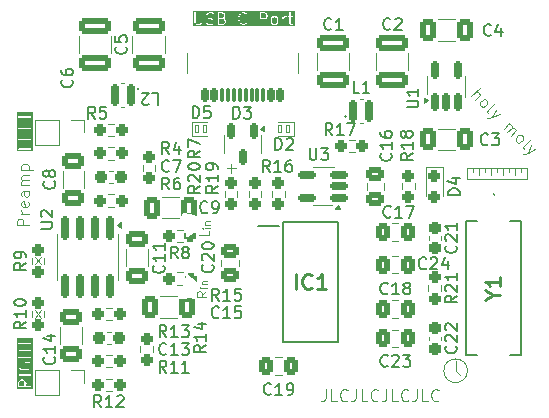
<source format=gto>
%TF.GenerationSoftware,KiCad,Pcbnew,8.0.4*%
%TF.CreationDate,2024-10-06T13:03:41-05:00*%
%TF.ProjectId,BinauralMic,42696e61-7572-4616-9c4d-69632e6b6963,rev?*%
%TF.SameCoordinates,Original*%
%TF.FileFunction,Legend,Top*%
%TF.FilePolarity,Positive*%
%FSLAX46Y46*%
G04 Gerber Fmt 4.6, Leading zero omitted, Abs format (unit mm)*
G04 Created by KiCad (PCBNEW 8.0.4) date 2024-10-06 13:03:41*
%MOMM*%
%LPD*%
G01*
G04 APERTURE LIST*
G04 Aperture macros list*
%AMRoundRect*
0 Rectangle with rounded corners*
0 $1 Rounding radius*
0 $2 $3 $4 $5 $6 $7 $8 $9 X,Y pos of 4 corners*
0 Add a 4 corners polygon primitive as box body*
4,1,4,$2,$3,$4,$5,$6,$7,$8,$9,$2,$3,0*
0 Add four circle primitives for the rounded corners*
1,1,$1+$1,$2,$3*
1,1,$1+$1,$4,$5*
1,1,$1+$1,$6,$7*
1,1,$1+$1,$8,$9*
0 Add four rect primitives between the rounded corners*
20,1,$1+$1,$2,$3,$4,$5,0*
20,1,$1+$1,$4,$5,$6,$7,0*
20,1,$1+$1,$6,$7,$8,$9,0*
20,1,$1+$1,$8,$9,$2,$3,0*%
G04 Aperture macros list end*
%ADD10C,0.100000*%
%ADD11C,0.254000*%
%ADD12C,0.150000*%
%ADD13C,0.120000*%
%ADD14C,0.200000*%
%ADD15R,1.350000X1.350000*%
%ADD16O,1.350000X1.350000*%
%ADD17C,2.200000*%
%ADD18R,2.100000X5.600000*%
%ADD19RoundRect,0.250000X-0.412500X-0.650000X0.412500X-0.650000X0.412500X0.650000X-0.412500X0.650000X0*%
%ADD20RoundRect,0.250000X0.337500X0.475000X-0.337500X0.475000X-0.337500X-0.475000X0.337500X-0.475000X0*%
%ADD21RoundRect,0.237500X-0.300000X-0.237500X0.300000X-0.237500X0.300000X0.237500X-0.300000X0.237500X0*%
%ADD22RoundRect,0.237500X-0.237500X0.250000X-0.237500X-0.250000X0.237500X-0.250000X0.237500X0.250000X0*%
%ADD23RoundRect,0.237500X-0.250000X-0.237500X0.250000X-0.237500X0.250000X0.237500X-0.250000X0.237500X0*%
%ADD24RoundRect,0.237500X0.237500X-0.250000X0.237500X0.250000X-0.237500X0.250000X-0.237500X-0.250000X0*%
%ADD25RoundRect,0.250000X1.100000X-0.412500X1.100000X0.412500X-1.100000X0.412500X-1.100000X-0.412500X0*%
%ADD26RoundRect,0.162500X0.617500X0.162500X-0.617500X0.162500X-0.617500X-0.162500X0.617500X-0.162500X0*%
%ADD27RoundRect,0.237500X0.250000X0.237500X-0.250000X0.237500X-0.250000X-0.237500X0.250000X-0.237500X0*%
%ADD28RoundRect,0.150000X-0.150000X0.825000X-0.150000X-0.825000X0.150000X-0.825000X0.150000X0.825000X0*%
%ADD29RoundRect,0.237500X-0.237500X0.300000X-0.237500X-0.300000X0.237500X-0.300000X0.237500X0.300000X0*%
%ADD30RoundRect,0.150000X0.150000X0.750000X-0.150000X0.750000X-0.150000X-0.750000X0.150000X-0.750000X0*%
%ADD31RoundRect,0.250000X0.650000X-0.412500X0.650000X0.412500X-0.650000X0.412500X-0.650000X-0.412500X0*%
%ADD32RoundRect,0.250000X-0.475000X0.337500X-0.475000X-0.337500X0.475000X-0.337500X0.475000X0.337500X0*%
%ADD33RoundRect,0.237500X-0.237500X0.287500X-0.237500X-0.287500X0.237500X-0.287500X0.237500X0.287500X0*%
%ADD34RoundRect,0.250000X-0.650000X0.412500X-0.650000X-0.412500X0.650000X-0.412500X0.650000X0.412500X0*%
%ADD35RoundRect,0.237500X0.237500X-0.300000X0.237500X0.300000X-0.237500X0.300000X-0.237500X-0.300000X0*%
%ADD36RoundRect,0.162500X0.162500X-0.617500X0.162500X0.617500X-0.162500X0.617500X-0.162500X-0.617500X0*%
%ADD37RoundRect,0.150000X-0.150000X-0.750000X0.150000X-0.750000X0.150000X0.750000X-0.150000X0.750000X0*%
%ADD38RoundRect,0.050000X-0.150000X-0.300000X0.150000X-0.300000X0.150000X0.300000X-0.150000X0.300000X0*%
%ADD39RoundRect,0.250000X-0.337500X-0.475000X0.337500X-0.475000X0.337500X0.475000X-0.337500X0.475000X0*%
%ADD40RoundRect,0.050000X0.150000X0.300000X-0.150000X0.300000X-0.150000X-0.300000X0.150000X-0.300000X0*%
%ADD41C,0.650000*%
%ADD42RoundRect,0.150000X0.150000X0.425000X-0.150000X0.425000X-0.150000X-0.425000X0.150000X-0.425000X0*%
%ADD43RoundRect,0.075000X0.075000X0.500000X-0.075000X0.500000X-0.075000X-0.500000X0.075000X-0.500000X0*%
%ADD44O,1.000000X2.100000*%
%ADD45O,1.000000X1.800000*%
%ADD46R,1.800000X0.450000*%
%ADD47RoundRect,0.150000X-0.150000X0.512500X-0.150000X-0.512500X0.150000X-0.512500X0.150000X0.512500X0*%
G04 APERTURE END LIST*
D10*
X147589598Y-83372419D02*
X147589598Y-84086704D01*
X147589598Y-84086704D02*
X147541979Y-84229561D01*
X147541979Y-84229561D02*
X147446741Y-84324800D01*
X147446741Y-84324800D02*
X147303884Y-84372419D01*
X147303884Y-84372419D02*
X147208646Y-84372419D01*
X148541979Y-84372419D02*
X148065789Y-84372419D01*
X148065789Y-84372419D02*
X148065789Y-83372419D01*
X149446741Y-84277180D02*
X149399122Y-84324800D01*
X149399122Y-84324800D02*
X149256265Y-84372419D01*
X149256265Y-84372419D02*
X149161027Y-84372419D01*
X149161027Y-84372419D02*
X149018170Y-84324800D01*
X149018170Y-84324800D02*
X148922932Y-84229561D01*
X148922932Y-84229561D02*
X148875313Y-84134323D01*
X148875313Y-84134323D02*
X148827694Y-83943847D01*
X148827694Y-83943847D02*
X148827694Y-83800990D01*
X148827694Y-83800990D02*
X148875313Y-83610514D01*
X148875313Y-83610514D02*
X148922932Y-83515276D01*
X148922932Y-83515276D02*
X149018170Y-83420038D01*
X149018170Y-83420038D02*
X149161027Y-83372419D01*
X149161027Y-83372419D02*
X149256265Y-83372419D01*
X149256265Y-83372419D02*
X149399122Y-83420038D01*
X149399122Y-83420038D02*
X149446741Y-83467657D01*
X150161027Y-83372419D02*
X150161027Y-84086704D01*
X150161027Y-84086704D02*
X150113408Y-84229561D01*
X150113408Y-84229561D02*
X150018170Y-84324800D01*
X150018170Y-84324800D02*
X149875313Y-84372419D01*
X149875313Y-84372419D02*
X149780075Y-84372419D01*
X151113408Y-84372419D02*
X150637218Y-84372419D01*
X150637218Y-84372419D02*
X150637218Y-83372419D01*
X152018170Y-84277180D02*
X151970551Y-84324800D01*
X151970551Y-84324800D02*
X151827694Y-84372419D01*
X151827694Y-84372419D02*
X151732456Y-84372419D01*
X151732456Y-84372419D02*
X151589599Y-84324800D01*
X151589599Y-84324800D02*
X151494361Y-84229561D01*
X151494361Y-84229561D02*
X151446742Y-84134323D01*
X151446742Y-84134323D02*
X151399123Y-83943847D01*
X151399123Y-83943847D02*
X151399123Y-83800990D01*
X151399123Y-83800990D02*
X151446742Y-83610514D01*
X151446742Y-83610514D02*
X151494361Y-83515276D01*
X151494361Y-83515276D02*
X151589599Y-83420038D01*
X151589599Y-83420038D02*
X151732456Y-83372419D01*
X151732456Y-83372419D02*
X151827694Y-83372419D01*
X151827694Y-83372419D02*
X151970551Y-83420038D01*
X151970551Y-83420038D02*
X152018170Y-83467657D01*
X152732456Y-83372419D02*
X152732456Y-84086704D01*
X152732456Y-84086704D02*
X152684837Y-84229561D01*
X152684837Y-84229561D02*
X152589599Y-84324800D01*
X152589599Y-84324800D02*
X152446742Y-84372419D01*
X152446742Y-84372419D02*
X152351504Y-84372419D01*
X153684837Y-84372419D02*
X153208647Y-84372419D01*
X153208647Y-84372419D02*
X153208647Y-83372419D01*
X154589599Y-84277180D02*
X154541980Y-84324800D01*
X154541980Y-84324800D02*
X154399123Y-84372419D01*
X154399123Y-84372419D02*
X154303885Y-84372419D01*
X154303885Y-84372419D02*
X154161028Y-84324800D01*
X154161028Y-84324800D02*
X154065790Y-84229561D01*
X154065790Y-84229561D02*
X154018171Y-84134323D01*
X154018171Y-84134323D02*
X153970552Y-83943847D01*
X153970552Y-83943847D02*
X153970552Y-83800990D01*
X153970552Y-83800990D02*
X154018171Y-83610514D01*
X154018171Y-83610514D02*
X154065790Y-83515276D01*
X154065790Y-83515276D02*
X154161028Y-83420038D01*
X154161028Y-83420038D02*
X154303885Y-83372419D01*
X154303885Y-83372419D02*
X154399123Y-83372419D01*
X154399123Y-83372419D02*
X154541980Y-83420038D01*
X154541980Y-83420038D02*
X154589599Y-83467657D01*
X155303885Y-83372419D02*
X155303885Y-84086704D01*
X155303885Y-84086704D02*
X155256266Y-84229561D01*
X155256266Y-84229561D02*
X155161028Y-84324800D01*
X155161028Y-84324800D02*
X155018171Y-84372419D01*
X155018171Y-84372419D02*
X154922933Y-84372419D01*
X156256266Y-84372419D02*
X155780076Y-84372419D01*
X155780076Y-84372419D02*
X155780076Y-83372419D01*
X157161028Y-84277180D02*
X157113409Y-84324800D01*
X157113409Y-84324800D02*
X156970552Y-84372419D01*
X156970552Y-84372419D02*
X156875314Y-84372419D01*
X156875314Y-84372419D02*
X156732457Y-84324800D01*
X156732457Y-84324800D02*
X156637219Y-84229561D01*
X156637219Y-84229561D02*
X156589600Y-84134323D01*
X156589600Y-84134323D02*
X156541981Y-83943847D01*
X156541981Y-83943847D02*
X156541981Y-83800990D01*
X156541981Y-83800990D02*
X156589600Y-83610514D01*
X156589600Y-83610514D02*
X156637219Y-83515276D01*
X156637219Y-83515276D02*
X156732457Y-83420038D01*
X156732457Y-83420038D02*
X156875314Y-83372419D01*
X156875314Y-83372419D02*
X156970552Y-83372419D01*
X156970552Y-83372419D02*
X157113409Y-83420038D01*
X157113409Y-83420038D02*
X157161028Y-83467657D01*
X162100000Y-64600000D02*
X162100000Y-65000000D01*
X123500000Y-76700000D02*
X123000000Y-77300000D01*
X158600000Y-81800000D02*
X159000000Y-82200000D01*
X123000000Y-72200000D02*
X123500000Y-72800000D01*
X163100000Y-64600000D02*
X163100000Y-65000000D01*
X158600000Y-81800000D02*
X158600000Y-81000000D01*
X162600000Y-64600000D02*
X162600000Y-65200000D01*
X159600000Y-64600000D02*
X164600000Y-64600000D01*
X164600000Y-65600000D01*
X159600000Y-65600000D01*
X159600000Y-64600000D01*
X123000000Y-76700000D02*
X123500000Y-77300000D01*
X123500000Y-72200000D02*
X123000000Y-72800000D01*
X160100000Y-64600000D02*
X160100000Y-65000000D01*
X164100000Y-64600000D02*
X164100000Y-65000000D01*
X161600000Y-64600000D02*
X161600000Y-65200000D01*
X161100000Y-64600000D02*
X161100000Y-65000000D01*
X163600000Y-64600000D02*
X163600000Y-65200000D01*
X159600000Y-81800000D02*
G75*
G02*
X157600000Y-81800000I-1000000J0D01*
G01*
X157600000Y-81800000D02*
G75*
G02*
X159600000Y-81800000I1000000J0D01*
G01*
X160600000Y-64600000D02*
X160600000Y-65200000D01*
G36*
X138977752Y-52039929D02*
G01*
X139011287Y-52073465D01*
X139049999Y-52150888D01*
X139049999Y-52270138D01*
X139011287Y-52347561D01*
X138975141Y-52383708D01*
X138897720Y-52422419D01*
X138578571Y-52422419D01*
X138578571Y-51998609D01*
X138853791Y-51998609D01*
X138977752Y-52039929D01*
G37*
G36*
X138927524Y-51561130D02*
G01*
X138963668Y-51597275D01*
X139002380Y-51674698D01*
X139002380Y-51746329D01*
X138963668Y-51823752D01*
X138927524Y-51859897D01*
X138850101Y-51898609D01*
X138578571Y-51898609D01*
X138578571Y-51522419D01*
X138850101Y-51522419D01*
X138927524Y-51561130D01*
G37*
G36*
X143403715Y-51894463D02*
G01*
X143439859Y-51930608D01*
X143478571Y-52008031D01*
X143478571Y-52270138D01*
X143439859Y-52347561D01*
X143403713Y-52383708D01*
X143326292Y-52422419D01*
X143207042Y-52422419D01*
X143129619Y-52383708D01*
X143093473Y-52347561D01*
X143054762Y-52270139D01*
X143054762Y-52008031D01*
X143093473Y-51930607D01*
X143129618Y-51894463D01*
X143207042Y-51855752D01*
X143326292Y-51855752D01*
X143403715Y-51894463D01*
G37*
G36*
X142498953Y-51561130D02*
G01*
X142535097Y-51597275D01*
X142573809Y-51674698D01*
X142573809Y-51793948D01*
X142535097Y-51871371D01*
X142498953Y-51907516D01*
X142421530Y-51946228D01*
X142102381Y-51946228D01*
X142102381Y-51522419D01*
X142421530Y-51522419D01*
X142498953Y-51561130D01*
G37*
G36*
X144971591Y-52633530D02*
G01*
X136367460Y-52633530D01*
X136367460Y-51472419D01*
X136478571Y-51472419D01*
X136478571Y-52281942D01*
X136479059Y-52284398D01*
X136478697Y-52285487D01*
X136480813Y-52293214D01*
X136482377Y-52301076D01*
X136483188Y-52301887D01*
X136483850Y-52304303D01*
X136531468Y-52399540D01*
X136536379Y-52405868D01*
X136540834Y-52412535D01*
X136588453Y-52460155D01*
X136595119Y-52464609D01*
X136601448Y-52469521D01*
X136696686Y-52517140D01*
X136699101Y-52517801D01*
X136699913Y-52518613D01*
X136707774Y-52520176D01*
X136715502Y-52522293D01*
X136716590Y-52521930D01*
X136719047Y-52522419D01*
X136909523Y-52522419D01*
X136911979Y-52521930D01*
X136913068Y-52522293D01*
X136920795Y-52520176D01*
X136928657Y-52518613D01*
X136929468Y-52517801D01*
X136931884Y-52517140D01*
X137027121Y-52469522D01*
X137033448Y-52464611D01*
X137040117Y-52460155D01*
X137087736Y-52412535D01*
X137092189Y-52405869D01*
X137097101Y-52399541D01*
X137144720Y-52304303D01*
X137145381Y-52301887D01*
X137146193Y-52301076D01*
X137147756Y-52293214D01*
X137149873Y-52285487D01*
X137149510Y-52284398D01*
X137149999Y-52281942D01*
X137149999Y-51662895D01*
X137478571Y-51662895D01*
X137478571Y-51758133D01*
X137479059Y-51760589D01*
X137478697Y-51761678D01*
X137480813Y-51769405D01*
X137482377Y-51777267D01*
X137483188Y-51778078D01*
X137483850Y-51780494D01*
X137531468Y-51875731D01*
X137536383Y-51882064D01*
X137540835Y-51888726D01*
X137588453Y-51936345D01*
X137595119Y-51940799D01*
X137601448Y-51945711D01*
X137696686Y-51993330D01*
X137701967Y-51994776D01*
X137706920Y-51997116D01*
X137892072Y-52043404D01*
X137975143Y-52084939D01*
X138011287Y-52121084D01*
X138049999Y-52198507D01*
X138049999Y-52270138D01*
X138011287Y-52347561D01*
X137975141Y-52383708D01*
X137897720Y-52422419D01*
X137679541Y-52422419D01*
X137544382Y-52377366D01*
X137525027Y-52374926D01*
X137490798Y-52392040D01*
X137478697Y-52428344D01*
X137495811Y-52462573D01*
X137512760Y-52472234D01*
X137655616Y-52519853D01*
X137663566Y-52520855D01*
X137671428Y-52522419D01*
X137909523Y-52522419D01*
X137911979Y-52521930D01*
X137913068Y-52522293D01*
X137920795Y-52520176D01*
X137928657Y-52518613D01*
X137929468Y-52517801D01*
X137931884Y-52517140D01*
X138027121Y-52469522D01*
X138033448Y-52464611D01*
X138040117Y-52460155D01*
X138087736Y-52412535D01*
X138092189Y-52405869D01*
X138097101Y-52399541D01*
X138144720Y-52304303D01*
X138145381Y-52301887D01*
X138146193Y-52301076D01*
X138147756Y-52293214D01*
X138149873Y-52285487D01*
X138149510Y-52284398D01*
X138149999Y-52281942D01*
X138149999Y-52186704D01*
X138149510Y-52184247D01*
X138149873Y-52183159D01*
X138147756Y-52175431D01*
X138146193Y-52167570D01*
X138145381Y-52166758D01*
X138144720Y-52164343D01*
X138097101Y-52069105D01*
X138092189Y-52062776D01*
X138087735Y-52056110D01*
X138040116Y-52008492D01*
X138033454Y-52004040D01*
X138027121Y-51999125D01*
X137931884Y-51951507D01*
X137926602Y-51950060D01*
X137921650Y-51947721D01*
X137736499Y-51901433D01*
X137653427Y-51859897D01*
X137617282Y-51823753D01*
X137578571Y-51746330D01*
X137578571Y-51674698D01*
X137617282Y-51597274D01*
X137653427Y-51561130D01*
X137730851Y-51522419D01*
X137949029Y-51522419D01*
X138084187Y-51567472D01*
X138103543Y-51569912D01*
X138137771Y-51552798D01*
X138149873Y-51516494D01*
X138132758Y-51482265D01*
X138115810Y-51472604D01*
X138115255Y-51472419D01*
X138478571Y-51472419D01*
X138478571Y-52472419D01*
X138482377Y-52491553D01*
X138509437Y-52518613D01*
X138528571Y-52522419D01*
X138909523Y-52522419D01*
X138911979Y-52521930D01*
X138913068Y-52522293D01*
X138920795Y-52520176D01*
X138928657Y-52518613D01*
X138929468Y-52517801D01*
X138931884Y-52517140D01*
X139027121Y-52469522D01*
X139033448Y-52464611D01*
X139040117Y-52460155D01*
X139087736Y-52412535D01*
X139092189Y-52405869D01*
X139097101Y-52399541D01*
X139144720Y-52304303D01*
X139145381Y-52301887D01*
X139146193Y-52301076D01*
X139147756Y-52293214D01*
X139149873Y-52285487D01*
X139149510Y-52284398D01*
X139149999Y-52281942D01*
X139149999Y-52139085D01*
X139149510Y-52136628D01*
X139149873Y-52135540D01*
X139147756Y-52127812D01*
X139146193Y-52119951D01*
X139145381Y-52119139D01*
X139144720Y-52116724D01*
X139097101Y-52021486D01*
X139092189Y-52015157D01*
X139087735Y-52008491D01*
X139040116Y-51960873D01*
X139038033Y-51959481D01*
X139037520Y-51958455D01*
X139030559Y-51954487D01*
X139023895Y-51950034D01*
X139022747Y-51950034D01*
X139020572Y-51948794D01*
X138989411Y-51938407D01*
X138992497Y-51936345D01*
X139027853Y-51900990D01*
X140192857Y-51900990D01*
X140192857Y-52043847D01*
X140194052Y-52049856D01*
X140194350Y-52055974D01*
X140241969Y-52246450D01*
X140244308Y-52251402D01*
X140245755Y-52256684D01*
X140293373Y-52351921D01*
X140298284Y-52358249D01*
X140302739Y-52364916D01*
X140397978Y-52460155D01*
X140400059Y-52461545D01*
X140400573Y-52462573D01*
X140407538Y-52466543D01*
X140414199Y-52470994D01*
X140415347Y-52470994D01*
X140417522Y-52472234D01*
X140560378Y-52519853D01*
X140568328Y-52520855D01*
X140576190Y-52522419D01*
X140671428Y-52522419D01*
X140679290Y-52520855D01*
X140687239Y-52519853D01*
X140830096Y-52472234D01*
X140832271Y-52470994D01*
X140833420Y-52470994D01*
X140840090Y-52466536D01*
X140847044Y-52462573D01*
X140847556Y-52461547D01*
X140849641Y-52460155D01*
X140897260Y-52412535D01*
X140908098Y-52396314D01*
X140908098Y-52358045D01*
X140881038Y-52330986D01*
X140842769Y-52330986D01*
X140826548Y-52341825D01*
X140787275Y-52381098D01*
X140663315Y-52422419D01*
X140584303Y-52422419D01*
X140460343Y-52381099D01*
X140379187Y-52299942D01*
X140337652Y-52216872D01*
X140292857Y-52037692D01*
X140292857Y-51907145D01*
X140337652Y-51727965D01*
X140379188Y-51644893D01*
X140460341Y-51563739D01*
X140584303Y-51522419D01*
X140663315Y-51522419D01*
X140787276Y-51563739D01*
X140826548Y-51603012D01*
X140842769Y-51613851D01*
X140881038Y-51613851D01*
X140908098Y-51586791D01*
X140908098Y-51548522D01*
X140897259Y-51532301D01*
X140849640Y-51484683D01*
X140847557Y-51483291D01*
X140847044Y-51482265D01*
X140840083Y-51478297D01*
X140833419Y-51473844D01*
X140832271Y-51473844D01*
X140830096Y-51472604D01*
X140829541Y-51472419D01*
X142002381Y-51472419D01*
X142002381Y-52472419D01*
X142006187Y-52491553D01*
X142033247Y-52518613D01*
X142071515Y-52518613D01*
X142098575Y-52491553D01*
X142102381Y-52472419D01*
X142102381Y-52046228D01*
X142433333Y-52046228D01*
X142435789Y-52045739D01*
X142436878Y-52046102D01*
X142444605Y-52043985D01*
X142452467Y-52042422D01*
X142453278Y-52041610D01*
X142455694Y-52040949D01*
X142545137Y-51996228D01*
X142954762Y-51996228D01*
X142954762Y-52281942D01*
X142955250Y-52284398D01*
X142954888Y-52285487D01*
X142957004Y-52293214D01*
X142958568Y-52301076D01*
X142959379Y-52301887D01*
X142960041Y-52304303D01*
X143007659Y-52399540D01*
X143012570Y-52405868D01*
X143017025Y-52412535D01*
X143064644Y-52460155D01*
X143071310Y-52464609D01*
X143077639Y-52469521D01*
X143172877Y-52517140D01*
X143175292Y-52517801D01*
X143176104Y-52518613D01*
X143183965Y-52520176D01*
X143191693Y-52522293D01*
X143192781Y-52521930D01*
X143195238Y-52522419D01*
X143338095Y-52522419D01*
X143340551Y-52521930D01*
X143341640Y-52522293D01*
X143349367Y-52520176D01*
X143357229Y-52518613D01*
X143358040Y-52517801D01*
X143360456Y-52517140D01*
X143455693Y-52469522D01*
X143462020Y-52464611D01*
X143468689Y-52460155D01*
X143516308Y-52412535D01*
X143520761Y-52405869D01*
X143525673Y-52399541D01*
X143573292Y-52304303D01*
X143573953Y-52301887D01*
X143574765Y-52301076D01*
X143576328Y-52293214D01*
X143578445Y-52285487D01*
X143578082Y-52284398D01*
X143578571Y-52281942D01*
X143578571Y-51996228D01*
X143578082Y-51993771D01*
X143578445Y-51992683D01*
X143576328Y-51984955D01*
X143574765Y-51977094D01*
X143573953Y-51976282D01*
X143573292Y-51973867D01*
X143525673Y-51878629D01*
X143520761Y-51872300D01*
X143516307Y-51865634D01*
X143468688Y-51818016D01*
X143462026Y-51813564D01*
X143455693Y-51808649D01*
X143449899Y-51805752D01*
X143907143Y-51805752D01*
X143907143Y-52472419D01*
X143910949Y-52491553D01*
X143938009Y-52518613D01*
X143976277Y-52518613D01*
X144003337Y-52491553D01*
X144007143Y-52472419D01*
X144007143Y-52008031D01*
X144045854Y-51930607D01*
X144081999Y-51894463D01*
X144159423Y-51855752D01*
X144242857Y-51855752D01*
X144261991Y-51851946D01*
X144289051Y-51824886D01*
X144289051Y-51786618D01*
X144387140Y-51786618D01*
X144387140Y-51824886D01*
X144414200Y-51851946D01*
X144433334Y-51855752D01*
X144526191Y-51855752D01*
X144526191Y-52329561D01*
X144526679Y-52332017D01*
X144526317Y-52333105D01*
X144528432Y-52340829D01*
X144529997Y-52348695D01*
X144530808Y-52349506D01*
X144531470Y-52351921D01*
X144579088Y-52447160D01*
X144585191Y-52455024D01*
X144586037Y-52457560D01*
X144588860Y-52459751D01*
X144591050Y-52462572D01*
X144593583Y-52463416D01*
X144601449Y-52469521D01*
X144696687Y-52517140D01*
X144699102Y-52517801D01*
X144699914Y-52518613D01*
X144707775Y-52520176D01*
X144715503Y-52522293D01*
X144716591Y-52521930D01*
X144719048Y-52522419D01*
X144814286Y-52522419D01*
X144833420Y-52518613D01*
X144860480Y-52491553D01*
X144860480Y-52453285D01*
X144833420Y-52426225D01*
X144814286Y-52422419D01*
X144730852Y-52422419D01*
X144661077Y-52387532D01*
X144626191Y-52317759D01*
X144626191Y-51855752D01*
X144814286Y-51855752D01*
X144833420Y-51851946D01*
X144860480Y-51824886D01*
X144860480Y-51786618D01*
X144833420Y-51759558D01*
X144814286Y-51755752D01*
X144626191Y-51755752D01*
X144626191Y-51472419D01*
X144622385Y-51453285D01*
X144595325Y-51426225D01*
X144557057Y-51426225D01*
X144529997Y-51453285D01*
X144526191Y-51472419D01*
X144526191Y-51755752D01*
X144433334Y-51755752D01*
X144414200Y-51759558D01*
X144387140Y-51786618D01*
X144289051Y-51786618D01*
X144261991Y-51759558D01*
X144242857Y-51755752D01*
X144147619Y-51755752D01*
X144145162Y-51756240D01*
X144144074Y-51755878D01*
X144136346Y-51757994D01*
X144128485Y-51759558D01*
X144127673Y-51760369D01*
X144125258Y-51761031D01*
X144030020Y-51808650D01*
X144023691Y-51813561D01*
X144017025Y-51818016D01*
X144007143Y-51827898D01*
X144007143Y-51805752D01*
X144003337Y-51786618D01*
X143976277Y-51759558D01*
X143938009Y-51759558D01*
X143910949Y-51786618D01*
X143907143Y-51805752D01*
X143449899Y-51805752D01*
X143360456Y-51761031D01*
X143358040Y-51760369D01*
X143357229Y-51759558D01*
X143349367Y-51757994D01*
X143341640Y-51755878D01*
X143340551Y-51756240D01*
X143338095Y-51755752D01*
X143195238Y-51755752D01*
X143192781Y-51756240D01*
X143191693Y-51755878D01*
X143183965Y-51757994D01*
X143176104Y-51759558D01*
X143175292Y-51760369D01*
X143172877Y-51761031D01*
X143077639Y-51808650D01*
X143071310Y-51813561D01*
X143064644Y-51818016D01*
X143017026Y-51865635D01*
X143012574Y-51872296D01*
X143007659Y-51878630D01*
X142960041Y-51973867D01*
X142959379Y-51976282D01*
X142958568Y-51977094D01*
X142957004Y-51984955D01*
X142954888Y-51992683D01*
X142955250Y-51993771D01*
X142954762Y-51996228D01*
X142545137Y-51996228D01*
X142550931Y-51993331D01*
X142557264Y-51988415D01*
X142563926Y-51983964D01*
X142611545Y-51936346D01*
X142615999Y-51929679D01*
X142620911Y-51923351D01*
X142668530Y-51828113D01*
X142669191Y-51825697D01*
X142670003Y-51824886D01*
X142671566Y-51817024D01*
X142673683Y-51809297D01*
X142673320Y-51808208D01*
X142673809Y-51805752D01*
X142673809Y-51662895D01*
X142673320Y-51660438D01*
X142673683Y-51659350D01*
X142671566Y-51651622D01*
X142670003Y-51643761D01*
X142669191Y-51642949D01*
X142668530Y-51640534D01*
X142620911Y-51545296D01*
X142615999Y-51538967D01*
X142611545Y-51532301D01*
X142563926Y-51484683D01*
X142557264Y-51480231D01*
X142550931Y-51475316D01*
X142455694Y-51427698D01*
X142453278Y-51427036D01*
X142452467Y-51426225D01*
X142444605Y-51424661D01*
X142436878Y-51422545D01*
X142435789Y-51422907D01*
X142433333Y-51422419D01*
X142052381Y-51422419D01*
X142033247Y-51426225D01*
X142006187Y-51453285D01*
X142002381Y-51472419D01*
X140829541Y-51472419D01*
X140687239Y-51424985D01*
X140679290Y-51423982D01*
X140671428Y-51422419D01*
X140576190Y-51422419D01*
X140568328Y-51423982D01*
X140560378Y-51424985D01*
X140417522Y-51472604D01*
X140415347Y-51473844D01*
X140414199Y-51473844D01*
X140407538Y-51478294D01*
X140400573Y-51482265D01*
X140400059Y-51483292D01*
X140397978Y-51484683D01*
X140302740Y-51579921D01*
X140298288Y-51586582D01*
X140293373Y-51592916D01*
X140245755Y-51688153D01*
X140244308Y-51693434D01*
X140241969Y-51698387D01*
X140194350Y-51888863D01*
X140194052Y-51894980D01*
X140192857Y-51900990D01*
X139027853Y-51900990D01*
X139040116Y-51888727D01*
X139044570Y-51882060D01*
X139049482Y-51875732D01*
X139097101Y-51780494D01*
X139097762Y-51778078D01*
X139098574Y-51777267D01*
X139100137Y-51769405D01*
X139102254Y-51761678D01*
X139101891Y-51760589D01*
X139102380Y-51758133D01*
X139102380Y-51662895D01*
X139101891Y-51660438D01*
X139102254Y-51659350D01*
X139100137Y-51651622D01*
X139098574Y-51643761D01*
X139097762Y-51642949D01*
X139097101Y-51640534D01*
X139049482Y-51545296D01*
X139044570Y-51538967D01*
X139040116Y-51532301D01*
X138992497Y-51484683D01*
X138985835Y-51480231D01*
X138979502Y-51475316D01*
X138884265Y-51427698D01*
X138881849Y-51427036D01*
X138881038Y-51426225D01*
X138873176Y-51424661D01*
X138865449Y-51422545D01*
X138864360Y-51422907D01*
X138861904Y-51422419D01*
X138528571Y-51422419D01*
X138509437Y-51426225D01*
X138482377Y-51453285D01*
X138478571Y-51472419D01*
X138115255Y-51472419D01*
X137972953Y-51424985D01*
X137965004Y-51423982D01*
X137957142Y-51422419D01*
X137719047Y-51422419D01*
X137716590Y-51422907D01*
X137715502Y-51422545D01*
X137707774Y-51424661D01*
X137699913Y-51426225D01*
X137699101Y-51427036D01*
X137696686Y-51427698D01*
X137601448Y-51475317D01*
X137595119Y-51480228D01*
X137588453Y-51484683D01*
X137540835Y-51532302D01*
X137536383Y-51538963D01*
X137531468Y-51545297D01*
X137483850Y-51640534D01*
X137483188Y-51642949D01*
X137482377Y-51643761D01*
X137480813Y-51651622D01*
X137478697Y-51659350D01*
X137479059Y-51660438D01*
X137478571Y-51662895D01*
X137149999Y-51662895D01*
X137149999Y-51472419D01*
X137146193Y-51453285D01*
X137119133Y-51426225D01*
X137080865Y-51426225D01*
X137053805Y-51453285D01*
X137049999Y-51472419D01*
X137049999Y-52270138D01*
X137011287Y-52347561D01*
X136975141Y-52383708D01*
X136897720Y-52422419D01*
X136730851Y-52422419D01*
X136653428Y-52383708D01*
X136617282Y-52347561D01*
X136578571Y-52270139D01*
X136578571Y-51472419D01*
X136574765Y-51453285D01*
X136547705Y-51426225D01*
X136509437Y-51426225D01*
X136482377Y-51453285D01*
X136478571Y-51472419D01*
X136367460Y-51472419D01*
X136367460Y-51311308D01*
X144971591Y-51311308D01*
X144971591Y-52633530D01*
G37*
X137496895Y-75086591D02*
X137115942Y-75353258D01*
X137496895Y-75543734D02*
X136696895Y-75543734D01*
X136696895Y-75543734D02*
X136696895Y-75238972D01*
X136696895Y-75238972D02*
X136734990Y-75162782D01*
X136734990Y-75162782D02*
X136773085Y-75124687D01*
X136773085Y-75124687D02*
X136849276Y-75086591D01*
X136849276Y-75086591D02*
X136963561Y-75086591D01*
X136963561Y-75086591D02*
X137039752Y-75124687D01*
X137039752Y-75124687D02*
X137077847Y-75162782D01*
X137077847Y-75162782D02*
X137115942Y-75238972D01*
X137115942Y-75238972D02*
X137115942Y-75543734D01*
X137585276Y-74781830D02*
X137158609Y-74781830D01*
X136945276Y-74781830D02*
X136975752Y-74812306D01*
X136975752Y-74812306D02*
X137006228Y-74781830D01*
X137006228Y-74781830D02*
X136975752Y-74751353D01*
X136975752Y-74751353D02*
X136945276Y-74781830D01*
X136945276Y-74781830D02*
X137006228Y-74781830D01*
X137158609Y-74477068D02*
X137585276Y-74477068D01*
X137219561Y-74477068D02*
X137189085Y-74446591D01*
X137189085Y-74446591D02*
X137158609Y-74385639D01*
X137158609Y-74385639D02*
X137158609Y-74294210D01*
X137158609Y-74294210D02*
X137189085Y-74233258D01*
X137189085Y-74233258D02*
X137250038Y-74202782D01*
X137250038Y-74202782D02*
X137585276Y-74202782D01*
X137696895Y-69962782D02*
X137696895Y-70343734D01*
X137696895Y-70343734D02*
X136896895Y-70343734D01*
X137785276Y-69734211D02*
X137358609Y-69734211D01*
X137145276Y-69734211D02*
X137175752Y-69764687D01*
X137175752Y-69764687D02*
X137206228Y-69734211D01*
X137206228Y-69734211D02*
X137175752Y-69703734D01*
X137175752Y-69703734D02*
X137145276Y-69734211D01*
X137145276Y-69734211D02*
X137206228Y-69734211D01*
X137358609Y-69429449D02*
X137785276Y-69429449D01*
X137419561Y-69429449D02*
X137389085Y-69398972D01*
X137389085Y-69398972D02*
X137358609Y-69338020D01*
X137358609Y-69338020D02*
X137358609Y-69246591D01*
X137358609Y-69246591D02*
X137389085Y-69185639D01*
X137389085Y-69185639D02*
X137450038Y-69155163D01*
X137450038Y-69155163D02*
X137785276Y-69155163D01*
X122472419Y-69496115D02*
X121472419Y-69496115D01*
X121472419Y-69496115D02*
X121472419Y-69115163D01*
X121472419Y-69115163D02*
X121520038Y-69019925D01*
X121520038Y-69019925D02*
X121567657Y-68972306D01*
X121567657Y-68972306D02*
X121662895Y-68924687D01*
X121662895Y-68924687D02*
X121805752Y-68924687D01*
X121805752Y-68924687D02*
X121900990Y-68972306D01*
X121900990Y-68972306D02*
X121948609Y-69019925D01*
X121948609Y-69019925D02*
X121996228Y-69115163D01*
X121996228Y-69115163D02*
X121996228Y-69496115D01*
X122472419Y-68496115D02*
X121805752Y-68496115D01*
X121996228Y-68496115D02*
X121900990Y-68448496D01*
X121900990Y-68448496D02*
X121853371Y-68400877D01*
X121853371Y-68400877D02*
X121805752Y-68305639D01*
X121805752Y-68305639D02*
X121805752Y-68210401D01*
X122424800Y-67496115D02*
X122472419Y-67591353D01*
X122472419Y-67591353D02*
X122472419Y-67781829D01*
X122472419Y-67781829D02*
X122424800Y-67877067D01*
X122424800Y-67877067D02*
X122329561Y-67924686D01*
X122329561Y-67924686D02*
X121948609Y-67924686D01*
X121948609Y-67924686D02*
X121853371Y-67877067D01*
X121853371Y-67877067D02*
X121805752Y-67781829D01*
X121805752Y-67781829D02*
X121805752Y-67591353D01*
X121805752Y-67591353D02*
X121853371Y-67496115D01*
X121853371Y-67496115D02*
X121948609Y-67448496D01*
X121948609Y-67448496D02*
X122043847Y-67448496D01*
X122043847Y-67448496D02*
X122139085Y-67924686D01*
X122472419Y-66591353D02*
X121948609Y-66591353D01*
X121948609Y-66591353D02*
X121853371Y-66638972D01*
X121853371Y-66638972D02*
X121805752Y-66734210D01*
X121805752Y-66734210D02*
X121805752Y-66924686D01*
X121805752Y-66924686D02*
X121853371Y-67019924D01*
X122424800Y-66591353D02*
X122472419Y-66686591D01*
X122472419Y-66686591D02*
X122472419Y-66924686D01*
X122472419Y-66924686D02*
X122424800Y-67019924D01*
X122424800Y-67019924D02*
X122329561Y-67067543D01*
X122329561Y-67067543D02*
X122234323Y-67067543D01*
X122234323Y-67067543D02*
X122139085Y-67019924D01*
X122139085Y-67019924D02*
X122091466Y-66924686D01*
X122091466Y-66924686D02*
X122091466Y-66686591D01*
X122091466Y-66686591D02*
X122043847Y-66591353D01*
X122472419Y-66115162D02*
X121805752Y-66115162D01*
X121900990Y-66115162D02*
X121853371Y-66067543D01*
X121853371Y-66067543D02*
X121805752Y-65972305D01*
X121805752Y-65972305D02*
X121805752Y-65829448D01*
X121805752Y-65829448D02*
X121853371Y-65734210D01*
X121853371Y-65734210D02*
X121948609Y-65686591D01*
X121948609Y-65686591D02*
X122472419Y-65686591D01*
X121948609Y-65686591D02*
X121853371Y-65638972D01*
X121853371Y-65638972D02*
X121805752Y-65543734D01*
X121805752Y-65543734D02*
X121805752Y-65400877D01*
X121805752Y-65400877D02*
X121853371Y-65305638D01*
X121853371Y-65305638D02*
X121948609Y-65258019D01*
X121948609Y-65258019D02*
X122472419Y-65258019D01*
X121805752Y-64781829D02*
X122805752Y-64781829D01*
X121853371Y-64781829D02*
X121805752Y-64686591D01*
X121805752Y-64686591D02*
X121805752Y-64496115D01*
X121805752Y-64496115D02*
X121853371Y-64400877D01*
X121853371Y-64400877D02*
X121900990Y-64353258D01*
X121900990Y-64353258D02*
X121996228Y-64305639D01*
X121996228Y-64305639D02*
X122281942Y-64305639D01*
X122281942Y-64305639D02*
X122377180Y-64353258D01*
X122377180Y-64353258D02*
X122424800Y-64400877D01*
X122424800Y-64400877D02*
X122472419Y-64496115D01*
X122472419Y-64496115D02*
X122472419Y-64686591D01*
X122472419Y-64686591D02*
X122424800Y-64781829D01*
G36*
X122783530Y-63189682D02*
G01*
X121461308Y-63189682D01*
X121461308Y-63009437D01*
X121576225Y-63009437D01*
X121576225Y-63047705D01*
X121603285Y-63074765D01*
X121622419Y-63078571D01*
X122622419Y-63078571D01*
X122641553Y-63074765D01*
X122668613Y-63047705D01*
X122672419Y-63028571D01*
X122672419Y-62552381D01*
X122668613Y-62533247D01*
X122641553Y-62506187D01*
X122603285Y-62506187D01*
X122576225Y-62533247D01*
X122572419Y-62552381D01*
X122572419Y-62978571D01*
X121622419Y-62978571D01*
X121603285Y-62982377D01*
X121576225Y-63009437D01*
X121461308Y-63009437D01*
X121461308Y-61742857D01*
X121572419Y-61742857D01*
X121572419Y-62219047D01*
X121576225Y-62238181D01*
X121603285Y-62265241D01*
X121622419Y-62269047D01*
X122622419Y-62269047D01*
X122641553Y-62265241D01*
X122668613Y-62238181D01*
X122672419Y-62219047D01*
X122672419Y-61742857D01*
X122668613Y-61723723D01*
X122641553Y-61696663D01*
X122603285Y-61696663D01*
X122576225Y-61723723D01*
X122572419Y-61742857D01*
X122572419Y-62169047D01*
X122148609Y-62169047D01*
X122148609Y-61885714D01*
X122144803Y-61866580D01*
X122117743Y-61839520D01*
X122079475Y-61839520D01*
X122052415Y-61866580D01*
X122048609Y-61885714D01*
X122048609Y-62169047D01*
X121672419Y-62169047D01*
X121672419Y-61742857D01*
X121668613Y-61723723D01*
X121641553Y-61696663D01*
X121603285Y-61696663D01*
X121576225Y-61723723D01*
X121572419Y-61742857D01*
X121461308Y-61742857D01*
X121461308Y-60838095D01*
X121572419Y-60838095D01*
X121572419Y-61314285D01*
X121576225Y-61333419D01*
X121603285Y-61360479D01*
X121622419Y-61364285D01*
X122622419Y-61364285D01*
X122641553Y-61360479D01*
X122668613Y-61333419D01*
X122668613Y-61295151D01*
X122641553Y-61268091D01*
X122622419Y-61264285D01*
X122148609Y-61264285D01*
X122148609Y-60980952D01*
X122144803Y-60961818D01*
X122117743Y-60934758D01*
X122079475Y-60934758D01*
X122052415Y-60961818D01*
X122048609Y-60980952D01*
X122048609Y-61264285D01*
X121672419Y-61264285D01*
X121672419Y-60838095D01*
X121668613Y-60818961D01*
X121641553Y-60791901D01*
X121603285Y-60791901D01*
X121576225Y-60818961D01*
X121572419Y-60838095D01*
X121461308Y-60838095D01*
X121461308Y-60028571D01*
X121572419Y-60028571D01*
X121572419Y-60599999D01*
X121576225Y-60619133D01*
X121603285Y-60646193D01*
X121641553Y-60646193D01*
X121668613Y-60619133D01*
X121672419Y-60599999D01*
X121672419Y-60364285D01*
X122622419Y-60364285D01*
X122641553Y-60360479D01*
X122668613Y-60333419D01*
X122668613Y-60295151D01*
X122641553Y-60268091D01*
X122622419Y-60264285D01*
X121672419Y-60264285D01*
X121672419Y-60028571D01*
X121668613Y-60009437D01*
X121641553Y-59982377D01*
X121603285Y-59982377D01*
X121576225Y-60009437D01*
X121572419Y-60028571D01*
X121461308Y-60028571D01*
X121461308Y-59871266D01*
X122783530Y-59871266D01*
X122783530Y-63189682D01*
G37*
G36*
X122021372Y-82672044D02*
G01*
X122057516Y-82708189D01*
X122096228Y-82785612D01*
X122096228Y-83104761D01*
X121672419Y-83104761D01*
X121672419Y-82785612D01*
X121711130Y-82708188D01*
X121747275Y-82672044D01*
X121824699Y-82633333D01*
X121943949Y-82633333D01*
X122021372Y-82672044D01*
G37*
G36*
X122783530Y-83315872D02*
G01*
X121461308Y-83315872D01*
X121461308Y-82773809D01*
X121572419Y-82773809D01*
X121572419Y-83154761D01*
X121576225Y-83173895D01*
X121603285Y-83200955D01*
X121622419Y-83204761D01*
X122622419Y-83204761D01*
X122641553Y-83200955D01*
X122668613Y-83173895D01*
X122668613Y-83135627D01*
X122641553Y-83108567D01*
X122622419Y-83104761D01*
X122196228Y-83104761D01*
X122196228Y-82942699D01*
X122651092Y-82624295D01*
X122664585Y-82610204D01*
X122671235Y-82572518D01*
X122649290Y-82541167D01*
X122611604Y-82534517D01*
X122593746Y-82542371D01*
X122196228Y-82820633D01*
X122196228Y-82773809D01*
X122195739Y-82771352D01*
X122196102Y-82770264D01*
X122193985Y-82762536D01*
X122192422Y-82754675D01*
X122191610Y-82753863D01*
X122190949Y-82751448D01*
X122143330Y-82656210D01*
X122138418Y-82649881D01*
X122133964Y-82643215D01*
X122086345Y-82595597D01*
X122079683Y-82591145D01*
X122073350Y-82586230D01*
X121978113Y-82538612D01*
X121975697Y-82537950D01*
X121974886Y-82537139D01*
X121967024Y-82535575D01*
X121959297Y-82533459D01*
X121958208Y-82533821D01*
X121955752Y-82533333D01*
X121812895Y-82533333D01*
X121810438Y-82533821D01*
X121809350Y-82533459D01*
X121801622Y-82535575D01*
X121793761Y-82537139D01*
X121792949Y-82537950D01*
X121790534Y-82538612D01*
X121695296Y-82586231D01*
X121688967Y-82591142D01*
X121682301Y-82595597D01*
X121634683Y-82643216D01*
X121630231Y-82649877D01*
X121625316Y-82656211D01*
X121577698Y-82751448D01*
X121577036Y-82753863D01*
X121576225Y-82754675D01*
X121574661Y-82762536D01*
X121572545Y-82770264D01*
X121572907Y-82771352D01*
X121572419Y-82773809D01*
X121461308Y-82773809D01*
X121461308Y-82135627D01*
X121576225Y-82135627D01*
X121576225Y-82173895D01*
X121603285Y-82200955D01*
X121622419Y-82204761D01*
X122622419Y-82204761D01*
X122641553Y-82200955D01*
X122668613Y-82173895D01*
X122668613Y-82135627D01*
X122641553Y-82108567D01*
X122622419Y-82104761D01*
X121622419Y-82104761D01*
X121603285Y-82108567D01*
X121576225Y-82135627D01*
X121461308Y-82135627D01*
X121461308Y-81250000D01*
X121572419Y-81250000D01*
X121572419Y-81392857D01*
X121573982Y-81400719D01*
X121574985Y-81408668D01*
X121622604Y-81551525D01*
X121623844Y-81553700D01*
X121623844Y-81554848D01*
X121628297Y-81561512D01*
X121632265Y-81568473D01*
X121633291Y-81568986D01*
X121634683Y-81571069D01*
X121729921Y-81666307D01*
X121736580Y-81670757D01*
X121742915Y-81675673D01*
X121838153Y-81723292D01*
X121843434Y-81724738D01*
X121848387Y-81727078D01*
X122038863Y-81774697D01*
X122044980Y-81774994D01*
X122050990Y-81776190D01*
X122193847Y-81776190D01*
X122199856Y-81774994D01*
X122205974Y-81774697D01*
X122396450Y-81727078D01*
X122401402Y-81724738D01*
X122406684Y-81723292D01*
X122501921Y-81675674D01*
X122508249Y-81670762D01*
X122514916Y-81666308D01*
X122610155Y-81571069D01*
X122611545Y-81568987D01*
X122612573Y-81568474D01*
X122616543Y-81561508D01*
X122620994Y-81554848D01*
X122620994Y-81553700D01*
X122622234Y-81551525D01*
X122669853Y-81408669D01*
X122670855Y-81400718D01*
X122672419Y-81392857D01*
X122672419Y-81297619D01*
X122670855Y-81289757D01*
X122669853Y-81281807D01*
X122622234Y-81138951D01*
X122620994Y-81136775D01*
X122620994Y-81135627D01*
X122616539Y-81128960D01*
X122612573Y-81122002D01*
X122611546Y-81121488D01*
X122610155Y-81119406D01*
X122562535Y-81071787D01*
X122546314Y-81060949D01*
X122527180Y-81057143D01*
X122193847Y-81057143D01*
X122174713Y-81060949D01*
X122147653Y-81088009D01*
X122143847Y-81107143D01*
X122143847Y-81297619D01*
X122147653Y-81316753D01*
X122174713Y-81343813D01*
X122212981Y-81343813D01*
X122240041Y-81316753D01*
X122243847Y-81297619D01*
X122243847Y-81157143D01*
X122506469Y-81157143D01*
X122531099Y-81181772D01*
X122572419Y-81305732D01*
X122572419Y-81384744D01*
X122531099Y-81508703D01*
X122449942Y-81589859D01*
X122366872Y-81631395D01*
X122187692Y-81676190D01*
X122057145Y-81676190D01*
X121877966Y-81631395D01*
X121794892Y-81589858D01*
X121713739Y-81508705D01*
X121672419Y-81384743D01*
X121672419Y-81261803D01*
X121714759Y-81177123D01*
X121719912Y-81158307D01*
X121707810Y-81122002D01*
X121673582Y-81104888D01*
X121637278Y-81116990D01*
X121625316Y-81132402D01*
X121577698Y-81227639D01*
X121577036Y-81230054D01*
X121576225Y-81230866D01*
X121574661Y-81238727D01*
X121572545Y-81246455D01*
X121572907Y-81247543D01*
X121572419Y-81250000D01*
X121461308Y-81250000D01*
X121461308Y-80088009D01*
X121576225Y-80088009D01*
X121576225Y-80126277D01*
X121603285Y-80153337D01*
X121622419Y-80157143D01*
X122048609Y-80157143D01*
X122048609Y-80628571D01*
X121622419Y-80628571D01*
X121603285Y-80632377D01*
X121576225Y-80659437D01*
X121576225Y-80697705D01*
X121603285Y-80724765D01*
X121622419Y-80728571D01*
X122622419Y-80728571D01*
X122641553Y-80724765D01*
X122668613Y-80697705D01*
X122668613Y-80659437D01*
X122641553Y-80632377D01*
X122622419Y-80628571D01*
X122148609Y-80628571D01*
X122148609Y-80157143D01*
X122622419Y-80157143D01*
X122641553Y-80153337D01*
X122668613Y-80126277D01*
X122668613Y-80088009D01*
X122641553Y-80060949D01*
X122622419Y-80057143D01*
X121622419Y-80057143D01*
X121603285Y-80060949D01*
X121576225Y-80088009D01*
X121461308Y-80088009D01*
X121461308Y-79202381D01*
X121572419Y-79202381D01*
X121572419Y-79773809D01*
X121576225Y-79792943D01*
X121603285Y-79820003D01*
X121641553Y-79820003D01*
X121668613Y-79792943D01*
X121672419Y-79773809D01*
X121672419Y-79538095D01*
X122622419Y-79538095D01*
X122641553Y-79534289D01*
X122668613Y-79507229D01*
X122668613Y-79468961D01*
X122641553Y-79441901D01*
X122622419Y-79438095D01*
X121672419Y-79438095D01*
X121672419Y-79202381D01*
X121668613Y-79183247D01*
X121641553Y-79156187D01*
X121603285Y-79156187D01*
X121576225Y-79183247D01*
X121572419Y-79202381D01*
X121461308Y-79202381D01*
X121461308Y-79045076D01*
X122783530Y-79045076D01*
X122783530Y-83315872D01*
G37*
X139219048Y-64676466D02*
X139980953Y-64676466D01*
X139600000Y-65057419D02*
X139600000Y-64295514D01*
X159935353Y-58582241D02*
X160642460Y-57875134D01*
X160238399Y-58885287D02*
X160608788Y-58514898D01*
X160608788Y-58514898D02*
X160642460Y-58413882D01*
X160642460Y-58413882D02*
X160608788Y-58312867D01*
X160608788Y-58312867D02*
X160507773Y-58211852D01*
X160507773Y-58211852D02*
X160406757Y-58178180D01*
X160406757Y-58178180D02*
X160339414Y-58178180D01*
X160676131Y-59323020D02*
X160642460Y-59222004D01*
X160642460Y-59222004D02*
X160642460Y-59154661D01*
X160642460Y-59154661D02*
X160676131Y-59053646D01*
X160676131Y-59053646D02*
X160878162Y-58851615D01*
X160878162Y-58851615D02*
X160979177Y-58817943D01*
X160979177Y-58817943D02*
X161046521Y-58817943D01*
X161046521Y-58817943D02*
X161147536Y-58851615D01*
X161147536Y-58851615D02*
X161248551Y-58952630D01*
X161248551Y-58952630D02*
X161282223Y-59053646D01*
X161282223Y-59053646D02*
X161282223Y-59120989D01*
X161282223Y-59120989D02*
X161248551Y-59222004D01*
X161248551Y-59222004D02*
X161046521Y-59424035D01*
X161046521Y-59424035D02*
X160945505Y-59457707D01*
X160945505Y-59457707D02*
X160878162Y-59457707D01*
X160878162Y-59457707D02*
X160777147Y-59424035D01*
X160777147Y-59424035D02*
X160676131Y-59323020D01*
X161315895Y-59962783D02*
X161282223Y-59861768D01*
X161282223Y-59861768D02*
X161315895Y-59760752D01*
X161315895Y-59760752D02*
X161921986Y-59154661D01*
X161989330Y-59693409D02*
X161686284Y-60333173D01*
X162326048Y-60030127D02*
X161686284Y-60333173D01*
X161686284Y-60333173D02*
X161450582Y-60434188D01*
X161450582Y-60434188D02*
X161383239Y-60434188D01*
X161383239Y-60434188D02*
X161282223Y-60400516D01*
X162662766Y-61309654D02*
X163134170Y-60838249D01*
X163066827Y-60905593D02*
X163134170Y-60905593D01*
X163134170Y-60905593D02*
X163235185Y-60939264D01*
X163235185Y-60939264D02*
X163336201Y-61040280D01*
X163336201Y-61040280D02*
X163369872Y-61141295D01*
X163369872Y-61141295D02*
X163336201Y-61242310D01*
X163336201Y-61242310D02*
X162965811Y-61612699D01*
X163336201Y-61242310D02*
X163437216Y-61208638D01*
X163437216Y-61208638D02*
X163538231Y-61242310D01*
X163538231Y-61242310D02*
X163639246Y-61343325D01*
X163639246Y-61343325D02*
X163672918Y-61444341D01*
X163672918Y-61444341D02*
X163639246Y-61545356D01*
X163639246Y-61545356D02*
X163268857Y-61915745D01*
X163706590Y-62353478D02*
X163672918Y-62252463D01*
X163672918Y-62252463D02*
X163672918Y-62185119D01*
X163672918Y-62185119D02*
X163706590Y-62084104D01*
X163706590Y-62084104D02*
X163908620Y-61882073D01*
X163908620Y-61882073D02*
X164009635Y-61848402D01*
X164009635Y-61848402D02*
X164076979Y-61848402D01*
X164076979Y-61848402D02*
X164177994Y-61882073D01*
X164177994Y-61882073D02*
X164279009Y-61983089D01*
X164279009Y-61983089D02*
X164312681Y-62084104D01*
X164312681Y-62084104D02*
X164312681Y-62151447D01*
X164312681Y-62151447D02*
X164279009Y-62252463D01*
X164279009Y-62252463D02*
X164076979Y-62454493D01*
X164076979Y-62454493D02*
X163975964Y-62488165D01*
X163975964Y-62488165D02*
X163908620Y-62488165D01*
X163908620Y-62488165D02*
X163807605Y-62454493D01*
X163807605Y-62454493D02*
X163706590Y-62353478D01*
X164346353Y-62993241D02*
X164312681Y-62892226D01*
X164312681Y-62892226D02*
X164346353Y-62791211D01*
X164346353Y-62791211D02*
X164952444Y-62185119D01*
X165019788Y-62723867D02*
X164716743Y-63363631D01*
X165356506Y-63060585D02*
X164716743Y-63363631D01*
X164716743Y-63363631D02*
X164481040Y-63464646D01*
X164481040Y-63464646D02*
X164413697Y-63464646D01*
X164413697Y-63464646D02*
X164312682Y-63430974D01*
D11*
X161785537Y-75414306D02*
X162390299Y-75414306D01*
X161120299Y-75837639D02*
X161785537Y-75414306D01*
X161785537Y-75414306D02*
X161120299Y-74990972D01*
X162390299Y-73902401D02*
X162390299Y-74628116D01*
X162390299Y-74265259D02*
X161120299Y-74265259D01*
X161120299Y-74265259D02*
X161301727Y-74386211D01*
X161301727Y-74386211D02*
X161422680Y-74507163D01*
X161422680Y-74507163D02*
X161483156Y-74628116D01*
D12*
X161583333Y-53359580D02*
X161535714Y-53407200D01*
X161535714Y-53407200D02*
X161392857Y-53454819D01*
X161392857Y-53454819D02*
X161297619Y-53454819D01*
X161297619Y-53454819D02*
X161154762Y-53407200D01*
X161154762Y-53407200D02*
X161059524Y-53311961D01*
X161059524Y-53311961D02*
X161011905Y-53216723D01*
X161011905Y-53216723D02*
X160964286Y-53026247D01*
X160964286Y-53026247D02*
X160964286Y-52883390D01*
X160964286Y-52883390D02*
X161011905Y-52692914D01*
X161011905Y-52692914D02*
X161059524Y-52597676D01*
X161059524Y-52597676D02*
X161154762Y-52502438D01*
X161154762Y-52502438D02*
X161297619Y-52454819D01*
X161297619Y-52454819D02*
X161392857Y-52454819D01*
X161392857Y-52454819D02*
X161535714Y-52502438D01*
X161535714Y-52502438D02*
X161583333Y-52550057D01*
X162440476Y-52788152D02*
X162440476Y-53454819D01*
X162202381Y-52407200D02*
X161964286Y-53121485D01*
X161964286Y-53121485D02*
X162583333Y-53121485D01*
X142957142Y-83759580D02*
X142909523Y-83807200D01*
X142909523Y-83807200D02*
X142766666Y-83854819D01*
X142766666Y-83854819D02*
X142671428Y-83854819D01*
X142671428Y-83854819D02*
X142528571Y-83807200D01*
X142528571Y-83807200D02*
X142433333Y-83711961D01*
X142433333Y-83711961D02*
X142385714Y-83616723D01*
X142385714Y-83616723D02*
X142338095Y-83426247D01*
X142338095Y-83426247D02*
X142338095Y-83283390D01*
X142338095Y-83283390D02*
X142385714Y-83092914D01*
X142385714Y-83092914D02*
X142433333Y-82997676D01*
X142433333Y-82997676D02*
X142528571Y-82902438D01*
X142528571Y-82902438D02*
X142671428Y-82854819D01*
X142671428Y-82854819D02*
X142766666Y-82854819D01*
X142766666Y-82854819D02*
X142909523Y-82902438D01*
X142909523Y-82902438D02*
X142957142Y-82950057D01*
X143909523Y-83854819D02*
X143338095Y-83854819D01*
X143623809Y-83854819D02*
X143623809Y-82854819D01*
X143623809Y-82854819D02*
X143528571Y-82997676D01*
X143528571Y-82997676D02*
X143433333Y-83092914D01*
X143433333Y-83092914D02*
X143338095Y-83140533D01*
X144385714Y-83854819D02*
X144576190Y-83854819D01*
X144576190Y-83854819D02*
X144671428Y-83807200D01*
X144671428Y-83807200D02*
X144719047Y-83759580D01*
X144719047Y-83759580D02*
X144814285Y-83616723D01*
X144814285Y-83616723D02*
X144861904Y-83426247D01*
X144861904Y-83426247D02*
X144861904Y-83045295D01*
X144861904Y-83045295D02*
X144814285Y-82950057D01*
X144814285Y-82950057D02*
X144766666Y-82902438D01*
X144766666Y-82902438D02*
X144671428Y-82854819D01*
X144671428Y-82854819D02*
X144480952Y-82854819D01*
X144480952Y-82854819D02*
X144385714Y-82902438D01*
X144385714Y-82902438D02*
X144338095Y-82950057D01*
X144338095Y-82950057D02*
X144290476Y-83045295D01*
X144290476Y-83045295D02*
X144290476Y-83283390D01*
X144290476Y-83283390D02*
X144338095Y-83378628D01*
X144338095Y-83378628D02*
X144385714Y-83426247D01*
X144385714Y-83426247D02*
X144480952Y-83473866D01*
X144480952Y-83473866D02*
X144671428Y-83473866D01*
X144671428Y-83473866D02*
X144766666Y-83426247D01*
X144766666Y-83426247D02*
X144814285Y-83378628D01*
X144814285Y-83378628D02*
X144861904Y-83283390D01*
X134333333Y-64859580D02*
X134285714Y-64907200D01*
X134285714Y-64907200D02*
X134142857Y-64954819D01*
X134142857Y-64954819D02*
X134047619Y-64954819D01*
X134047619Y-64954819D02*
X133904762Y-64907200D01*
X133904762Y-64907200D02*
X133809524Y-64811961D01*
X133809524Y-64811961D02*
X133761905Y-64716723D01*
X133761905Y-64716723D02*
X133714286Y-64526247D01*
X133714286Y-64526247D02*
X133714286Y-64383390D01*
X133714286Y-64383390D02*
X133761905Y-64192914D01*
X133761905Y-64192914D02*
X133809524Y-64097676D01*
X133809524Y-64097676D02*
X133904762Y-64002438D01*
X133904762Y-64002438D02*
X134047619Y-63954819D01*
X134047619Y-63954819D02*
X134142857Y-63954819D01*
X134142857Y-63954819D02*
X134285714Y-64002438D01*
X134285714Y-64002438D02*
X134333333Y-64050057D01*
X134666667Y-63954819D02*
X135333333Y-63954819D01*
X135333333Y-63954819D02*
X134904762Y-64954819D01*
X154954819Y-63392857D02*
X154478628Y-63726190D01*
X154954819Y-63964285D02*
X153954819Y-63964285D01*
X153954819Y-63964285D02*
X153954819Y-63583333D01*
X153954819Y-63583333D02*
X154002438Y-63488095D01*
X154002438Y-63488095D02*
X154050057Y-63440476D01*
X154050057Y-63440476D02*
X154145295Y-63392857D01*
X154145295Y-63392857D02*
X154288152Y-63392857D01*
X154288152Y-63392857D02*
X154383390Y-63440476D01*
X154383390Y-63440476D02*
X154431009Y-63488095D01*
X154431009Y-63488095D02*
X154478628Y-63583333D01*
X154478628Y-63583333D02*
X154478628Y-63964285D01*
X154954819Y-62440476D02*
X154954819Y-63011904D01*
X154954819Y-62726190D02*
X153954819Y-62726190D01*
X153954819Y-62726190D02*
X154097676Y-62821428D01*
X154097676Y-62821428D02*
X154192914Y-62916666D01*
X154192914Y-62916666D02*
X154240533Y-63011904D01*
X154383390Y-61869047D02*
X154335771Y-61964285D01*
X154335771Y-61964285D02*
X154288152Y-62011904D01*
X154288152Y-62011904D02*
X154192914Y-62059523D01*
X154192914Y-62059523D02*
X154145295Y-62059523D01*
X154145295Y-62059523D02*
X154050057Y-62011904D01*
X154050057Y-62011904D02*
X154002438Y-61964285D01*
X154002438Y-61964285D02*
X153954819Y-61869047D01*
X153954819Y-61869047D02*
X153954819Y-61678571D01*
X153954819Y-61678571D02*
X154002438Y-61583333D01*
X154002438Y-61583333D02*
X154050057Y-61535714D01*
X154050057Y-61535714D02*
X154145295Y-61488095D01*
X154145295Y-61488095D02*
X154192914Y-61488095D01*
X154192914Y-61488095D02*
X154288152Y-61535714D01*
X154288152Y-61535714D02*
X154335771Y-61583333D01*
X154335771Y-61583333D02*
X154383390Y-61678571D01*
X154383390Y-61678571D02*
X154383390Y-61869047D01*
X154383390Y-61869047D02*
X154431009Y-61964285D01*
X154431009Y-61964285D02*
X154478628Y-62011904D01*
X154478628Y-62011904D02*
X154573866Y-62059523D01*
X154573866Y-62059523D02*
X154764342Y-62059523D01*
X154764342Y-62059523D02*
X154859580Y-62011904D01*
X154859580Y-62011904D02*
X154907200Y-61964285D01*
X154907200Y-61964285D02*
X154954819Y-61869047D01*
X154954819Y-61869047D02*
X154954819Y-61678571D01*
X154954819Y-61678571D02*
X154907200Y-61583333D01*
X154907200Y-61583333D02*
X154859580Y-61535714D01*
X154859580Y-61535714D02*
X154764342Y-61488095D01*
X154764342Y-61488095D02*
X154573866Y-61488095D01*
X154573866Y-61488095D02*
X154478628Y-61535714D01*
X154478628Y-61535714D02*
X154431009Y-61583333D01*
X154431009Y-61583333D02*
X154383390Y-61678571D01*
X148157142Y-61854819D02*
X147823809Y-61378628D01*
X147585714Y-61854819D02*
X147585714Y-60854819D01*
X147585714Y-60854819D02*
X147966666Y-60854819D01*
X147966666Y-60854819D02*
X148061904Y-60902438D01*
X148061904Y-60902438D02*
X148109523Y-60950057D01*
X148109523Y-60950057D02*
X148157142Y-61045295D01*
X148157142Y-61045295D02*
X148157142Y-61188152D01*
X148157142Y-61188152D02*
X148109523Y-61283390D01*
X148109523Y-61283390D02*
X148061904Y-61331009D01*
X148061904Y-61331009D02*
X147966666Y-61378628D01*
X147966666Y-61378628D02*
X147585714Y-61378628D01*
X149109523Y-61854819D02*
X148538095Y-61854819D01*
X148823809Y-61854819D02*
X148823809Y-60854819D01*
X148823809Y-60854819D02*
X148728571Y-60997676D01*
X148728571Y-60997676D02*
X148633333Y-61092914D01*
X148633333Y-61092914D02*
X148538095Y-61140533D01*
X149442857Y-60854819D02*
X150109523Y-60854819D01*
X150109523Y-60854819D02*
X149680952Y-61854819D01*
X137454819Y-79642857D02*
X136978628Y-79976190D01*
X137454819Y-80214285D02*
X136454819Y-80214285D01*
X136454819Y-80214285D02*
X136454819Y-79833333D01*
X136454819Y-79833333D02*
X136502438Y-79738095D01*
X136502438Y-79738095D02*
X136550057Y-79690476D01*
X136550057Y-79690476D02*
X136645295Y-79642857D01*
X136645295Y-79642857D02*
X136788152Y-79642857D01*
X136788152Y-79642857D02*
X136883390Y-79690476D01*
X136883390Y-79690476D02*
X136931009Y-79738095D01*
X136931009Y-79738095D02*
X136978628Y-79833333D01*
X136978628Y-79833333D02*
X136978628Y-80214285D01*
X137454819Y-78690476D02*
X137454819Y-79261904D01*
X137454819Y-78976190D02*
X136454819Y-78976190D01*
X136454819Y-78976190D02*
X136597676Y-79071428D01*
X136597676Y-79071428D02*
X136692914Y-79166666D01*
X136692914Y-79166666D02*
X136740533Y-79261904D01*
X136788152Y-77833333D02*
X137454819Y-77833333D01*
X136407200Y-78071428D02*
X137121485Y-78309523D01*
X137121485Y-78309523D02*
X137121485Y-77690476D01*
X136954819Y-66142857D02*
X136478628Y-66476190D01*
X136954819Y-66714285D02*
X135954819Y-66714285D01*
X135954819Y-66714285D02*
X135954819Y-66333333D01*
X135954819Y-66333333D02*
X136002438Y-66238095D01*
X136002438Y-66238095D02*
X136050057Y-66190476D01*
X136050057Y-66190476D02*
X136145295Y-66142857D01*
X136145295Y-66142857D02*
X136288152Y-66142857D01*
X136288152Y-66142857D02*
X136383390Y-66190476D01*
X136383390Y-66190476D02*
X136431009Y-66238095D01*
X136431009Y-66238095D02*
X136478628Y-66333333D01*
X136478628Y-66333333D02*
X136478628Y-66714285D01*
X136050057Y-65761904D02*
X136002438Y-65714285D01*
X136002438Y-65714285D02*
X135954819Y-65619047D01*
X135954819Y-65619047D02*
X135954819Y-65380952D01*
X135954819Y-65380952D02*
X136002438Y-65285714D01*
X136002438Y-65285714D02*
X136050057Y-65238095D01*
X136050057Y-65238095D02*
X136145295Y-65190476D01*
X136145295Y-65190476D02*
X136240533Y-65190476D01*
X136240533Y-65190476D02*
X136383390Y-65238095D01*
X136383390Y-65238095D02*
X136954819Y-65809523D01*
X136954819Y-65809523D02*
X136954819Y-65190476D01*
X135954819Y-64571428D02*
X135954819Y-64476190D01*
X135954819Y-64476190D02*
X136002438Y-64380952D01*
X136002438Y-64380952D02*
X136050057Y-64333333D01*
X136050057Y-64333333D02*
X136145295Y-64285714D01*
X136145295Y-64285714D02*
X136335771Y-64238095D01*
X136335771Y-64238095D02*
X136573866Y-64238095D01*
X136573866Y-64238095D02*
X136764342Y-64285714D01*
X136764342Y-64285714D02*
X136859580Y-64333333D01*
X136859580Y-64333333D02*
X136907200Y-64380952D01*
X136907200Y-64380952D02*
X136954819Y-64476190D01*
X136954819Y-64476190D02*
X136954819Y-64571428D01*
X136954819Y-64571428D02*
X136907200Y-64666666D01*
X136907200Y-64666666D02*
X136859580Y-64714285D01*
X136859580Y-64714285D02*
X136764342Y-64761904D01*
X136764342Y-64761904D02*
X136573866Y-64809523D01*
X136573866Y-64809523D02*
X136335771Y-64809523D01*
X136335771Y-64809523D02*
X136145295Y-64761904D01*
X136145295Y-64761904D02*
X136050057Y-64714285D01*
X136050057Y-64714285D02*
X136002438Y-64666666D01*
X136002438Y-64666666D02*
X135954819Y-64571428D01*
X126109580Y-57166666D02*
X126157200Y-57214285D01*
X126157200Y-57214285D02*
X126204819Y-57357142D01*
X126204819Y-57357142D02*
X126204819Y-57452380D01*
X126204819Y-57452380D02*
X126157200Y-57595237D01*
X126157200Y-57595237D02*
X126061961Y-57690475D01*
X126061961Y-57690475D02*
X125966723Y-57738094D01*
X125966723Y-57738094D02*
X125776247Y-57785713D01*
X125776247Y-57785713D02*
X125633390Y-57785713D01*
X125633390Y-57785713D02*
X125442914Y-57738094D01*
X125442914Y-57738094D02*
X125347676Y-57690475D01*
X125347676Y-57690475D02*
X125252438Y-57595237D01*
X125252438Y-57595237D02*
X125204819Y-57452380D01*
X125204819Y-57452380D02*
X125204819Y-57357142D01*
X125204819Y-57357142D02*
X125252438Y-57214285D01*
X125252438Y-57214285D02*
X125300057Y-57166666D01*
X125204819Y-56309523D02*
X125204819Y-56499999D01*
X125204819Y-56499999D02*
X125252438Y-56595237D01*
X125252438Y-56595237D02*
X125300057Y-56642856D01*
X125300057Y-56642856D02*
X125442914Y-56738094D01*
X125442914Y-56738094D02*
X125633390Y-56785713D01*
X125633390Y-56785713D02*
X126014342Y-56785713D01*
X126014342Y-56785713D02*
X126109580Y-56738094D01*
X126109580Y-56738094D02*
X126157200Y-56690475D01*
X126157200Y-56690475D02*
X126204819Y-56595237D01*
X126204819Y-56595237D02*
X126204819Y-56404761D01*
X126204819Y-56404761D02*
X126157200Y-56309523D01*
X126157200Y-56309523D02*
X126109580Y-56261904D01*
X126109580Y-56261904D02*
X126014342Y-56214285D01*
X126014342Y-56214285D02*
X125776247Y-56214285D01*
X125776247Y-56214285D02*
X125681009Y-56261904D01*
X125681009Y-56261904D02*
X125633390Y-56309523D01*
X125633390Y-56309523D02*
X125585771Y-56404761D01*
X125585771Y-56404761D02*
X125585771Y-56595237D01*
X125585771Y-56595237D02*
X125633390Y-56690475D01*
X125633390Y-56690475D02*
X125681009Y-56738094D01*
X125681009Y-56738094D02*
X125776247Y-56785713D01*
X136954819Y-63166666D02*
X136478628Y-63499999D01*
X136954819Y-63738094D02*
X135954819Y-63738094D01*
X135954819Y-63738094D02*
X135954819Y-63357142D01*
X135954819Y-63357142D02*
X136002438Y-63261904D01*
X136002438Y-63261904D02*
X136050057Y-63214285D01*
X136050057Y-63214285D02*
X136145295Y-63166666D01*
X136145295Y-63166666D02*
X136288152Y-63166666D01*
X136288152Y-63166666D02*
X136383390Y-63214285D01*
X136383390Y-63214285D02*
X136431009Y-63261904D01*
X136431009Y-63261904D02*
X136478628Y-63357142D01*
X136478628Y-63357142D02*
X136478628Y-63738094D01*
X135954819Y-62833332D02*
X135954819Y-62166666D01*
X135954819Y-62166666D02*
X136954819Y-62595237D01*
X134107142Y-81954819D02*
X133773809Y-81478628D01*
X133535714Y-81954819D02*
X133535714Y-80954819D01*
X133535714Y-80954819D02*
X133916666Y-80954819D01*
X133916666Y-80954819D02*
X134011904Y-81002438D01*
X134011904Y-81002438D02*
X134059523Y-81050057D01*
X134059523Y-81050057D02*
X134107142Y-81145295D01*
X134107142Y-81145295D02*
X134107142Y-81288152D01*
X134107142Y-81288152D02*
X134059523Y-81383390D01*
X134059523Y-81383390D02*
X134011904Y-81431009D01*
X134011904Y-81431009D02*
X133916666Y-81478628D01*
X133916666Y-81478628D02*
X133535714Y-81478628D01*
X135059523Y-81954819D02*
X134488095Y-81954819D01*
X134773809Y-81954819D02*
X134773809Y-80954819D01*
X134773809Y-80954819D02*
X134678571Y-81097676D01*
X134678571Y-81097676D02*
X134583333Y-81192914D01*
X134583333Y-81192914D02*
X134488095Y-81240533D01*
X136011904Y-81954819D02*
X135440476Y-81954819D01*
X135726190Y-81954819D02*
X135726190Y-80954819D01*
X135726190Y-80954819D02*
X135630952Y-81097676D01*
X135630952Y-81097676D02*
X135535714Y-81192914D01*
X135535714Y-81192914D02*
X135440476Y-81240533D01*
X146238095Y-62954819D02*
X146238095Y-63764342D01*
X146238095Y-63764342D02*
X146285714Y-63859580D01*
X146285714Y-63859580D02*
X146333333Y-63907200D01*
X146333333Y-63907200D02*
X146428571Y-63954819D01*
X146428571Y-63954819D02*
X146619047Y-63954819D01*
X146619047Y-63954819D02*
X146714285Y-63907200D01*
X146714285Y-63907200D02*
X146761904Y-63859580D01*
X146761904Y-63859580D02*
X146809523Y-63764342D01*
X146809523Y-63764342D02*
X146809523Y-62954819D01*
X147190476Y-62954819D02*
X147809523Y-62954819D01*
X147809523Y-62954819D02*
X147476190Y-63335771D01*
X147476190Y-63335771D02*
X147619047Y-63335771D01*
X147619047Y-63335771D02*
X147714285Y-63383390D01*
X147714285Y-63383390D02*
X147761904Y-63431009D01*
X147761904Y-63431009D02*
X147809523Y-63526247D01*
X147809523Y-63526247D02*
X147809523Y-63764342D01*
X147809523Y-63764342D02*
X147761904Y-63859580D01*
X147761904Y-63859580D02*
X147714285Y-63907200D01*
X147714285Y-63907200D02*
X147619047Y-63954819D01*
X147619047Y-63954819D02*
X147333333Y-63954819D01*
X147333333Y-63954819D02*
X147238095Y-63907200D01*
X147238095Y-63907200D02*
X147190476Y-63859580D01*
X138557142Y-77259580D02*
X138509523Y-77307200D01*
X138509523Y-77307200D02*
X138366666Y-77354819D01*
X138366666Y-77354819D02*
X138271428Y-77354819D01*
X138271428Y-77354819D02*
X138128571Y-77307200D01*
X138128571Y-77307200D02*
X138033333Y-77211961D01*
X138033333Y-77211961D02*
X137985714Y-77116723D01*
X137985714Y-77116723D02*
X137938095Y-76926247D01*
X137938095Y-76926247D02*
X137938095Y-76783390D01*
X137938095Y-76783390D02*
X137985714Y-76592914D01*
X137985714Y-76592914D02*
X138033333Y-76497676D01*
X138033333Y-76497676D02*
X138128571Y-76402438D01*
X138128571Y-76402438D02*
X138271428Y-76354819D01*
X138271428Y-76354819D02*
X138366666Y-76354819D01*
X138366666Y-76354819D02*
X138509523Y-76402438D01*
X138509523Y-76402438D02*
X138557142Y-76450057D01*
X139509523Y-77354819D02*
X138938095Y-77354819D01*
X139223809Y-77354819D02*
X139223809Y-76354819D01*
X139223809Y-76354819D02*
X139128571Y-76497676D01*
X139128571Y-76497676D02*
X139033333Y-76592914D01*
X139033333Y-76592914D02*
X138938095Y-76640533D01*
X140414285Y-76354819D02*
X139938095Y-76354819D01*
X139938095Y-76354819D02*
X139890476Y-76831009D01*
X139890476Y-76831009D02*
X139938095Y-76783390D01*
X139938095Y-76783390D02*
X140033333Y-76735771D01*
X140033333Y-76735771D02*
X140271428Y-76735771D01*
X140271428Y-76735771D02*
X140366666Y-76783390D01*
X140366666Y-76783390D02*
X140414285Y-76831009D01*
X140414285Y-76831009D02*
X140461904Y-76926247D01*
X140461904Y-76926247D02*
X140461904Y-77164342D01*
X140461904Y-77164342D02*
X140414285Y-77259580D01*
X140414285Y-77259580D02*
X140366666Y-77307200D01*
X140366666Y-77307200D02*
X140271428Y-77354819D01*
X140271428Y-77354819D02*
X140033333Y-77354819D01*
X140033333Y-77354819D02*
X139938095Y-77307200D01*
X139938095Y-77307200D02*
X139890476Y-77259580D01*
X138454819Y-66142857D02*
X137978628Y-66476190D01*
X138454819Y-66714285D02*
X137454819Y-66714285D01*
X137454819Y-66714285D02*
X137454819Y-66333333D01*
X137454819Y-66333333D02*
X137502438Y-66238095D01*
X137502438Y-66238095D02*
X137550057Y-66190476D01*
X137550057Y-66190476D02*
X137645295Y-66142857D01*
X137645295Y-66142857D02*
X137788152Y-66142857D01*
X137788152Y-66142857D02*
X137883390Y-66190476D01*
X137883390Y-66190476D02*
X137931009Y-66238095D01*
X137931009Y-66238095D02*
X137978628Y-66333333D01*
X137978628Y-66333333D02*
X137978628Y-66714285D01*
X138454819Y-65190476D02*
X138454819Y-65761904D01*
X138454819Y-65476190D02*
X137454819Y-65476190D01*
X137454819Y-65476190D02*
X137597676Y-65571428D01*
X137597676Y-65571428D02*
X137692914Y-65666666D01*
X137692914Y-65666666D02*
X137740533Y-65761904D01*
X138454819Y-64714285D02*
X138454819Y-64523809D01*
X138454819Y-64523809D02*
X138407200Y-64428571D01*
X138407200Y-64428571D02*
X138359580Y-64380952D01*
X138359580Y-64380952D02*
X138216723Y-64285714D01*
X138216723Y-64285714D02*
X138026247Y-64238095D01*
X138026247Y-64238095D02*
X137645295Y-64238095D01*
X137645295Y-64238095D02*
X137550057Y-64285714D01*
X137550057Y-64285714D02*
X137502438Y-64333333D01*
X137502438Y-64333333D02*
X137454819Y-64428571D01*
X137454819Y-64428571D02*
X137454819Y-64619047D01*
X137454819Y-64619047D02*
X137502438Y-64714285D01*
X137502438Y-64714285D02*
X137550057Y-64761904D01*
X137550057Y-64761904D02*
X137645295Y-64809523D01*
X137645295Y-64809523D02*
X137883390Y-64809523D01*
X137883390Y-64809523D02*
X137978628Y-64761904D01*
X137978628Y-64761904D02*
X138026247Y-64714285D01*
X138026247Y-64714285D02*
X138073866Y-64619047D01*
X138073866Y-64619047D02*
X138073866Y-64428571D01*
X138073866Y-64428571D02*
X138026247Y-64333333D01*
X138026247Y-64333333D02*
X137978628Y-64285714D01*
X137978628Y-64285714D02*
X137883390Y-64238095D01*
X148083333Y-52859580D02*
X148035714Y-52907200D01*
X148035714Y-52907200D02*
X147892857Y-52954819D01*
X147892857Y-52954819D02*
X147797619Y-52954819D01*
X147797619Y-52954819D02*
X147654762Y-52907200D01*
X147654762Y-52907200D02*
X147559524Y-52811961D01*
X147559524Y-52811961D02*
X147511905Y-52716723D01*
X147511905Y-52716723D02*
X147464286Y-52526247D01*
X147464286Y-52526247D02*
X147464286Y-52383390D01*
X147464286Y-52383390D02*
X147511905Y-52192914D01*
X147511905Y-52192914D02*
X147559524Y-52097676D01*
X147559524Y-52097676D02*
X147654762Y-52002438D01*
X147654762Y-52002438D02*
X147797619Y-51954819D01*
X147797619Y-51954819D02*
X147892857Y-51954819D01*
X147892857Y-51954819D02*
X148035714Y-52002438D01*
X148035714Y-52002438D02*
X148083333Y-52050057D01*
X149035714Y-52954819D02*
X148464286Y-52954819D01*
X148750000Y-52954819D02*
X148750000Y-51954819D01*
X148750000Y-51954819D02*
X148654762Y-52097676D01*
X148654762Y-52097676D02*
X148559524Y-52192914D01*
X148559524Y-52192914D02*
X148464286Y-52240533D01*
X128083333Y-60454819D02*
X127750000Y-59978628D01*
X127511905Y-60454819D02*
X127511905Y-59454819D01*
X127511905Y-59454819D02*
X127892857Y-59454819D01*
X127892857Y-59454819D02*
X127988095Y-59502438D01*
X127988095Y-59502438D02*
X128035714Y-59550057D01*
X128035714Y-59550057D02*
X128083333Y-59645295D01*
X128083333Y-59645295D02*
X128083333Y-59788152D01*
X128083333Y-59788152D02*
X128035714Y-59883390D01*
X128035714Y-59883390D02*
X127988095Y-59931009D01*
X127988095Y-59931009D02*
X127892857Y-59978628D01*
X127892857Y-59978628D02*
X127511905Y-59978628D01*
X128988095Y-59454819D02*
X128511905Y-59454819D01*
X128511905Y-59454819D02*
X128464286Y-59931009D01*
X128464286Y-59931009D02*
X128511905Y-59883390D01*
X128511905Y-59883390D02*
X128607143Y-59835771D01*
X128607143Y-59835771D02*
X128845238Y-59835771D01*
X128845238Y-59835771D02*
X128940476Y-59883390D01*
X128940476Y-59883390D02*
X128988095Y-59931009D01*
X128988095Y-59931009D02*
X129035714Y-60026247D01*
X129035714Y-60026247D02*
X129035714Y-60264342D01*
X129035714Y-60264342D02*
X128988095Y-60359580D01*
X128988095Y-60359580D02*
X128940476Y-60407200D01*
X128940476Y-60407200D02*
X128845238Y-60454819D01*
X128845238Y-60454819D02*
X128607143Y-60454819D01*
X128607143Y-60454819D02*
X128511905Y-60407200D01*
X128511905Y-60407200D02*
X128464286Y-60359580D01*
X123454819Y-69761904D02*
X124264342Y-69761904D01*
X124264342Y-69761904D02*
X124359580Y-69714285D01*
X124359580Y-69714285D02*
X124407200Y-69666666D01*
X124407200Y-69666666D02*
X124454819Y-69571428D01*
X124454819Y-69571428D02*
X124454819Y-69380952D01*
X124454819Y-69380952D02*
X124407200Y-69285714D01*
X124407200Y-69285714D02*
X124359580Y-69238095D01*
X124359580Y-69238095D02*
X124264342Y-69190476D01*
X124264342Y-69190476D02*
X123454819Y-69190476D01*
X123550057Y-68761904D02*
X123502438Y-68714285D01*
X123502438Y-68714285D02*
X123454819Y-68619047D01*
X123454819Y-68619047D02*
X123454819Y-68380952D01*
X123454819Y-68380952D02*
X123502438Y-68285714D01*
X123502438Y-68285714D02*
X123550057Y-68238095D01*
X123550057Y-68238095D02*
X123645295Y-68190476D01*
X123645295Y-68190476D02*
X123740533Y-68190476D01*
X123740533Y-68190476D02*
X123883390Y-68238095D01*
X123883390Y-68238095D02*
X124454819Y-68809523D01*
X124454819Y-68809523D02*
X124454819Y-68190476D01*
X158605561Y-79702401D02*
X158653181Y-79750020D01*
X158653181Y-79750020D02*
X158700800Y-79892877D01*
X158700800Y-79892877D02*
X158700800Y-79988115D01*
X158700800Y-79988115D02*
X158653181Y-80130972D01*
X158653181Y-80130972D02*
X158557942Y-80226210D01*
X158557942Y-80226210D02*
X158462704Y-80273829D01*
X158462704Y-80273829D02*
X158272228Y-80321448D01*
X158272228Y-80321448D02*
X158129371Y-80321448D01*
X158129371Y-80321448D02*
X157938895Y-80273829D01*
X157938895Y-80273829D02*
X157843657Y-80226210D01*
X157843657Y-80226210D02*
X157748419Y-80130972D01*
X157748419Y-80130972D02*
X157700800Y-79988115D01*
X157700800Y-79988115D02*
X157700800Y-79892877D01*
X157700800Y-79892877D02*
X157748419Y-79750020D01*
X157748419Y-79750020D02*
X157796038Y-79702401D01*
X157796038Y-79321448D02*
X157748419Y-79273829D01*
X157748419Y-79273829D02*
X157700800Y-79178591D01*
X157700800Y-79178591D02*
X157700800Y-78940496D01*
X157700800Y-78940496D02*
X157748419Y-78845258D01*
X157748419Y-78845258D02*
X157796038Y-78797639D01*
X157796038Y-78797639D02*
X157891276Y-78750020D01*
X157891276Y-78750020D02*
X157986514Y-78750020D01*
X157986514Y-78750020D02*
X158129371Y-78797639D01*
X158129371Y-78797639D02*
X158700800Y-79369067D01*
X158700800Y-79369067D02*
X158700800Y-78750020D01*
X157796038Y-78369067D02*
X157748419Y-78321448D01*
X157748419Y-78321448D02*
X157700800Y-78226210D01*
X157700800Y-78226210D02*
X157700800Y-77988115D01*
X157700800Y-77988115D02*
X157748419Y-77892877D01*
X157748419Y-77892877D02*
X157796038Y-77845258D01*
X157796038Y-77845258D02*
X157891276Y-77797639D01*
X157891276Y-77797639D02*
X157986514Y-77797639D01*
X157986514Y-77797639D02*
X158129371Y-77845258D01*
X158129371Y-77845258D02*
X158700800Y-78416686D01*
X158700800Y-78416686D02*
X158700800Y-77797639D01*
X134333333Y-63454819D02*
X134000000Y-62978628D01*
X133761905Y-63454819D02*
X133761905Y-62454819D01*
X133761905Y-62454819D02*
X134142857Y-62454819D01*
X134142857Y-62454819D02*
X134238095Y-62502438D01*
X134238095Y-62502438D02*
X134285714Y-62550057D01*
X134285714Y-62550057D02*
X134333333Y-62645295D01*
X134333333Y-62645295D02*
X134333333Y-62788152D01*
X134333333Y-62788152D02*
X134285714Y-62883390D01*
X134285714Y-62883390D02*
X134238095Y-62931009D01*
X134238095Y-62931009D02*
X134142857Y-62978628D01*
X134142857Y-62978628D02*
X133761905Y-62978628D01*
X135190476Y-62788152D02*
X135190476Y-63454819D01*
X134952381Y-62407200D02*
X134714286Y-63121485D01*
X134714286Y-63121485D02*
X135333333Y-63121485D01*
X132916666Y-58295180D02*
X133392856Y-58295180D01*
X133392856Y-58295180D02*
X133392856Y-59295180D01*
X132630951Y-59199942D02*
X132583332Y-59247561D01*
X132583332Y-59247561D02*
X132488094Y-59295180D01*
X132488094Y-59295180D02*
X132249999Y-59295180D01*
X132249999Y-59295180D02*
X132154761Y-59247561D01*
X132154761Y-59247561D02*
X132107142Y-59199942D01*
X132107142Y-59199942D02*
X132059523Y-59104704D01*
X132059523Y-59104704D02*
X132059523Y-59009466D01*
X132059523Y-59009466D02*
X132107142Y-58866609D01*
X132107142Y-58866609D02*
X132678570Y-58295180D01*
X132678570Y-58295180D02*
X132059523Y-58295180D01*
X133859580Y-72892857D02*
X133907200Y-72940476D01*
X133907200Y-72940476D02*
X133954819Y-73083333D01*
X133954819Y-73083333D02*
X133954819Y-73178571D01*
X133954819Y-73178571D02*
X133907200Y-73321428D01*
X133907200Y-73321428D02*
X133811961Y-73416666D01*
X133811961Y-73416666D02*
X133716723Y-73464285D01*
X133716723Y-73464285D02*
X133526247Y-73511904D01*
X133526247Y-73511904D02*
X133383390Y-73511904D01*
X133383390Y-73511904D02*
X133192914Y-73464285D01*
X133192914Y-73464285D02*
X133097676Y-73416666D01*
X133097676Y-73416666D02*
X133002438Y-73321428D01*
X133002438Y-73321428D02*
X132954819Y-73178571D01*
X132954819Y-73178571D02*
X132954819Y-73083333D01*
X132954819Y-73083333D02*
X133002438Y-72940476D01*
X133002438Y-72940476D02*
X133050057Y-72892857D01*
X133954819Y-71940476D02*
X133954819Y-72511904D01*
X133954819Y-72226190D02*
X132954819Y-72226190D01*
X132954819Y-72226190D02*
X133097676Y-72321428D01*
X133097676Y-72321428D02*
X133192914Y-72416666D01*
X133192914Y-72416666D02*
X133240533Y-72511904D01*
X133954819Y-70988095D02*
X133954819Y-71559523D01*
X133954819Y-71273809D02*
X132954819Y-71273809D01*
X132954819Y-71273809D02*
X133097676Y-71369047D01*
X133097676Y-71369047D02*
X133192914Y-71464285D01*
X133192914Y-71464285D02*
X133240533Y-71559523D01*
X128594642Y-84884819D02*
X128261309Y-84408628D01*
X128023214Y-84884819D02*
X128023214Y-83884819D01*
X128023214Y-83884819D02*
X128404166Y-83884819D01*
X128404166Y-83884819D02*
X128499404Y-83932438D01*
X128499404Y-83932438D02*
X128547023Y-83980057D01*
X128547023Y-83980057D02*
X128594642Y-84075295D01*
X128594642Y-84075295D02*
X128594642Y-84218152D01*
X128594642Y-84218152D02*
X128547023Y-84313390D01*
X128547023Y-84313390D02*
X128499404Y-84361009D01*
X128499404Y-84361009D02*
X128404166Y-84408628D01*
X128404166Y-84408628D02*
X128023214Y-84408628D01*
X129547023Y-84884819D02*
X128975595Y-84884819D01*
X129261309Y-84884819D02*
X129261309Y-83884819D01*
X129261309Y-83884819D02*
X129166071Y-84027676D01*
X129166071Y-84027676D02*
X129070833Y-84122914D01*
X129070833Y-84122914D02*
X128975595Y-84170533D01*
X129927976Y-83980057D02*
X129975595Y-83932438D01*
X129975595Y-83932438D02*
X130070833Y-83884819D01*
X130070833Y-83884819D02*
X130308928Y-83884819D01*
X130308928Y-83884819D02*
X130404166Y-83932438D01*
X130404166Y-83932438D02*
X130451785Y-83980057D01*
X130451785Y-83980057D02*
X130499404Y-84075295D01*
X130499404Y-84075295D02*
X130499404Y-84170533D01*
X130499404Y-84170533D02*
X130451785Y-84313390D01*
X130451785Y-84313390D02*
X129880357Y-84884819D01*
X129880357Y-84884819D02*
X130499404Y-84884819D01*
X142857142Y-64954819D02*
X142523809Y-64478628D01*
X142285714Y-64954819D02*
X142285714Y-63954819D01*
X142285714Y-63954819D02*
X142666666Y-63954819D01*
X142666666Y-63954819D02*
X142761904Y-64002438D01*
X142761904Y-64002438D02*
X142809523Y-64050057D01*
X142809523Y-64050057D02*
X142857142Y-64145295D01*
X142857142Y-64145295D02*
X142857142Y-64288152D01*
X142857142Y-64288152D02*
X142809523Y-64383390D01*
X142809523Y-64383390D02*
X142761904Y-64431009D01*
X142761904Y-64431009D02*
X142666666Y-64478628D01*
X142666666Y-64478628D02*
X142285714Y-64478628D01*
X143809523Y-64954819D02*
X143238095Y-64954819D01*
X143523809Y-64954819D02*
X143523809Y-63954819D01*
X143523809Y-63954819D02*
X143428571Y-64097676D01*
X143428571Y-64097676D02*
X143333333Y-64192914D01*
X143333333Y-64192914D02*
X143238095Y-64240533D01*
X144666666Y-63954819D02*
X144476190Y-63954819D01*
X144476190Y-63954819D02*
X144380952Y-64002438D01*
X144380952Y-64002438D02*
X144333333Y-64050057D01*
X144333333Y-64050057D02*
X144238095Y-64192914D01*
X144238095Y-64192914D02*
X144190476Y-64383390D01*
X144190476Y-64383390D02*
X144190476Y-64764342D01*
X144190476Y-64764342D02*
X144238095Y-64859580D01*
X144238095Y-64859580D02*
X144285714Y-64907200D01*
X144285714Y-64907200D02*
X144380952Y-64954819D01*
X144380952Y-64954819D02*
X144571428Y-64954819D01*
X144571428Y-64954819D02*
X144666666Y-64907200D01*
X144666666Y-64907200D02*
X144714285Y-64859580D01*
X144714285Y-64859580D02*
X144761904Y-64764342D01*
X144761904Y-64764342D02*
X144761904Y-64526247D01*
X144761904Y-64526247D02*
X144714285Y-64431009D01*
X144714285Y-64431009D02*
X144666666Y-64383390D01*
X144666666Y-64383390D02*
X144571428Y-64335771D01*
X144571428Y-64335771D02*
X144380952Y-64335771D01*
X144380952Y-64335771D02*
X144285714Y-64383390D01*
X144285714Y-64383390D02*
X144238095Y-64431009D01*
X144238095Y-64431009D02*
X144190476Y-64526247D01*
X153109580Y-63392857D02*
X153157200Y-63440476D01*
X153157200Y-63440476D02*
X153204819Y-63583333D01*
X153204819Y-63583333D02*
X153204819Y-63678571D01*
X153204819Y-63678571D02*
X153157200Y-63821428D01*
X153157200Y-63821428D02*
X153061961Y-63916666D01*
X153061961Y-63916666D02*
X152966723Y-63964285D01*
X152966723Y-63964285D02*
X152776247Y-64011904D01*
X152776247Y-64011904D02*
X152633390Y-64011904D01*
X152633390Y-64011904D02*
X152442914Y-63964285D01*
X152442914Y-63964285D02*
X152347676Y-63916666D01*
X152347676Y-63916666D02*
X152252438Y-63821428D01*
X152252438Y-63821428D02*
X152204819Y-63678571D01*
X152204819Y-63678571D02*
X152204819Y-63583333D01*
X152204819Y-63583333D02*
X152252438Y-63440476D01*
X152252438Y-63440476D02*
X152300057Y-63392857D01*
X153204819Y-62440476D02*
X153204819Y-63011904D01*
X153204819Y-62726190D02*
X152204819Y-62726190D01*
X152204819Y-62726190D02*
X152347676Y-62821428D01*
X152347676Y-62821428D02*
X152442914Y-62916666D01*
X152442914Y-62916666D02*
X152490533Y-63011904D01*
X152204819Y-61583333D02*
X152204819Y-61773809D01*
X152204819Y-61773809D02*
X152252438Y-61869047D01*
X152252438Y-61869047D02*
X152300057Y-61916666D01*
X152300057Y-61916666D02*
X152442914Y-62011904D01*
X152442914Y-62011904D02*
X152633390Y-62059523D01*
X152633390Y-62059523D02*
X153014342Y-62059523D01*
X153014342Y-62059523D02*
X153109580Y-62011904D01*
X153109580Y-62011904D02*
X153157200Y-61964285D01*
X153157200Y-61964285D02*
X153204819Y-61869047D01*
X153204819Y-61869047D02*
X153204819Y-61678571D01*
X153204819Y-61678571D02*
X153157200Y-61583333D01*
X153157200Y-61583333D02*
X153109580Y-61535714D01*
X153109580Y-61535714D02*
X153014342Y-61488095D01*
X153014342Y-61488095D02*
X152776247Y-61488095D01*
X152776247Y-61488095D02*
X152681009Y-61535714D01*
X152681009Y-61535714D02*
X152633390Y-61583333D01*
X152633390Y-61583333D02*
X152585771Y-61678571D01*
X152585771Y-61678571D02*
X152585771Y-61869047D01*
X152585771Y-61869047D02*
X152633390Y-61964285D01*
X152633390Y-61964285D02*
X152681009Y-62011904D01*
X152681009Y-62011904D02*
X152776247Y-62059523D01*
X158954819Y-66938094D02*
X157954819Y-66938094D01*
X157954819Y-66938094D02*
X157954819Y-66699999D01*
X157954819Y-66699999D02*
X158002438Y-66557142D01*
X158002438Y-66557142D02*
X158097676Y-66461904D01*
X158097676Y-66461904D02*
X158192914Y-66414285D01*
X158192914Y-66414285D02*
X158383390Y-66366666D01*
X158383390Y-66366666D02*
X158526247Y-66366666D01*
X158526247Y-66366666D02*
X158716723Y-66414285D01*
X158716723Y-66414285D02*
X158811961Y-66461904D01*
X158811961Y-66461904D02*
X158907200Y-66557142D01*
X158907200Y-66557142D02*
X158954819Y-66699999D01*
X158954819Y-66699999D02*
X158954819Y-66938094D01*
X158288152Y-65509523D02*
X158954819Y-65509523D01*
X157907200Y-65747618D02*
X158621485Y-65985713D01*
X158621485Y-65985713D02*
X158621485Y-65366666D01*
X130659579Y-54366666D02*
X130707199Y-54414285D01*
X130707199Y-54414285D02*
X130754818Y-54557142D01*
X130754818Y-54557142D02*
X130754818Y-54652380D01*
X130754818Y-54652380D02*
X130707199Y-54795237D01*
X130707199Y-54795237D02*
X130611960Y-54890475D01*
X130611960Y-54890475D02*
X130516722Y-54938094D01*
X130516722Y-54938094D02*
X130326246Y-54985713D01*
X130326246Y-54985713D02*
X130183389Y-54985713D01*
X130183389Y-54985713D02*
X129992913Y-54938094D01*
X129992913Y-54938094D02*
X129897675Y-54890475D01*
X129897675Y-54890475D02*
X129802437Y-54795237D01*
X129802437Y-54795237D02*
X129754818Y-54652380D01*
X129754818Y-54652380D02*
X129754818Y-54557142D01*
X129754818Y-54557142D02*
X129802437Y-54414285D01*
X129802437Y-54414285D02*
X129850056Y-54366666D01*
X129754818Y-53461904D02*
X129754818Y-53938094D01*
X129754818Y-53938094D02*
X130231008Y-53985713D01*
X130231008Y-53985713D02*
X130183389Y-53938094D01*
X130183389Y-53938094D02*
X130135770Y-53842856D01*
X130135770Y-53842856D02*
X130135770Y-53604761D01*
X130135770Y-53604761D02*
X130183389Y-53509523D01*
X130183389Y-53509523D02*
X130231008Y-53461904D01*
X130231008Y-53461904D02*
X130326246Y-53414285D01*
X130326246Y-53414285D02*
X130564341Y-53414285D01*
X130564341Y-53414285D02*
X130659579Y-53461904D01*
X130659579Y-53461904D02*
X130707199Y-53509523D01*
X130707199Y-53509523D02*
X130754818Y-53604761D01*
X130754818Y-53604761D02*
X130754818Y-53842856D01*
X130754818Y-53842856D02*
X130707199Y-53938094D01*
X130707199Y-53938094D02*
X130659579Y-53985713D01*
X124609580Y-65766666D02*
X124657200Y-65814285D01*
X124657200Y-65814285D02*
X124704819Y-65957142D01*
X124704819Y-65957142D02*
X124704819Y-66052380D01*
X124704819Y-66052380D02*
X124657200Y-66195237D01*
X124657200Y-66195237D02*
X124561961Y-66290475D01*
X124561961Y-66290475D02*
X124466723Y-66338094D01*
X124466723Y-66338094D02*
X124276247Y-66385713D01*
X124276247Y-66385713D02*
X124133390Y-66385713D01*
X124133390Y-66385713D02*
X123942914Y-66338094D01*
X123942914Y-66338094D02*
X123847676Y-66290475D01*
X123847676Y-66290475D02*
X123752438Y-66195237D01*
X123752438Y-66195237D02*
X123704819Y-66052380D01*
X123704819Y-66052380D02*
X123704819Y-65957142D01*
X123704819Y-65957142D02*
X123752438Y-65814285D01*
X123752438Y-65814285D02*
X123800057Y-65766666D01*
X124133390Y-65195237D02*
X124085771Y-65290475D01*
X124085771Y-65290475D02*
X124038152Y-65338094D01*
X124038152Y-65338094D02*
X123942914Y-65385713D01*
X123942914Y-65385713D02*
X123895295Y-65385713D01*
X123895295Y-65385713D02*
X123800057Y-65338094D01*
X123800057Y-65338094D02*
X123752438Y-65290475D01*
X123752438Y-65290475D02*
X123704819Y-65195237D01*
X123704819Y-65195237D02*
X123704819Y-65004761D01*
X123704819Y-65004761D02*
X123752438Y-64909523D01*
X123752438Y-64909523D02*
X123800057Y-64861904D01*
X123800057Y-64861904D02*
X123895295Y-64814285D01*
X123895295Y-64814285D02*
X123942914Y-64814285D01*
X123942914Y-64814285D02*
X124038152Y-64861904D01*
X124038152Y-64861904D02*
X124085771Y-64909523D01*
X124085771Y-64909523D02*
X124133390Y-65004761D01*
X124133390Y-65004761D02*
X124133390Y-65195237D01*
X124133390Y-65195237D02*
X124181009Y-65290475D01*
X124181009Y-65290475D02*
X124228628Y-65338094D01*
X124228628Y-65338094D02*
X124323866Y-65385713D01*
X124323866Y-65385713D02*
X124514342Y-65385713D01*
X124514342Y-65385713D02*
X124609580Y-65338094D01*
X124609580Y-65338094D02*
X124657200Y-65290475D01*
X124657200Y-65290475D02*
X124704819Y-65195237D01*
X124704819Y-65195237D02*
X124704819Y-65004761D01*
X124704819Y-65004761D02*
X124657200Y-64909523D01*
X124657200Y-64909523D02*
X124609580Y-64861904D01*
X124609580Y-64861904D02*
X124514342Y-64814285D01*
X124514342Y-64814285D02*
X124323866Y-64814285D01*
X124323866Y-64814285D02*
X124228628Y-64861904D01*
X124228628Y-64861904D02*
X124181009Y-64909523D01*
X124181009Y-64909523D02*
X124133390Y-65004761D01*
X137583333Y-68359580D02*
X137535714Y-68407200D01*
X137535714Y-68407200D02*
X137392857Y-68454819D01*
X137392857Y-68454819D02*
X137297619Y-68454819D01*
X137297619Y-68454819D02*
X137154762Y-68407200D01*
X137154762Y-68407200D02*
X137059524Y-68311961D01*
X137059524Y-68311961D02*
X137011905Y-68216723D01*
X137011905Y-68216723D02*
X136964286Y-68026247D01*
X136964286Y-68026247D02*
X136964286Y-67883390D01*
X136964286Y-67883390D02*
X137011905Y-67692914D01*
X137011905Y-67692914D02*
X137059524Y-67597676D01*
X137059524Y-67597676D02*
X137154762Y-67502438D01*
X137154762Y-67502438D02*
X137297619Y-67454819D01*
X137297619Y-67454819D02*
X137392857Y-67454819D01*
X137392857Y-67454819D02*
X137535714Y-67502438D01*
X137535714Y-67502438D02*
X137583333Y-67550057D01*
X138059524Y-68454819D02*
X138250000Y-68454819D01*
X138250000Y-68454819D02*
X138345238Y-68407200D01*
X138345238Y-68407200D02*
X138392857Y-68359580D01*
X138392857Y-68359580D02*
X138488095Y-68216723D01*
X138488095Y-68216723D02*
X138535714Y-68026247D01*
X138535714Y-68026247D02*
X138535714Y-67645295D01*
X138535714Y-67645295D02*
X138488095Y-67550057D01*
X138488095Y-67550057D02*
X138440476Y-67502438D01*
X138440476Y-67502438D02*
X138345238Y-67454819D01*
X138345238Y-67454819D02*
X138154762Y-67454819D01*
X138154762Y-67454819D02*
X138059524Y-67502438D01*
X138059524Y-67502438D02*
X138011905Y-67550057D01*
X138011905Y-67550057D02*
X137964286Y-67645295D01*
X137964286Y-67645295D02*
X137964286Y-67883390D01*
X137964286Y-67883390D02*
X138011905Y-67978628D01*
X138011905Y-67978628D02*
X138059524Y-68026247D01*
X138059524Y-68026247D02*
X138154762Y-68073866D01*
X138154762Y-68073866D02*
X138345238Y-68073866D01*
X138345238Y-68073866D02*
X138440476Y-68026247D01*
X138440476Y-68026247D02*
X138488095Y-67978628D01*
X138488095Y-67978628D02*
X138535714Y-67883390D01*
X124609580Y-80642857D02*
X124657200Y-80690476D01*
X124657200Y-80690476D02*
X124704819Y-80833333D01*
X124704819Y-80833333D02*
X124704819Y-80928571D01*
X124704819Y-80928571D02*
X124657200Y-81071428D01*
X124657200Y-81071428D02*
X124561961Y-81166666D01*
X124561961Y-81166666D02*
X124466723Y-81214285D01*
X124466723Y-81214285D02*
X124276247Y-81261904D01*
X124276247Y-81261904D02*
X124133390Y-81261904D01*
X124133390Y-81261904D02*
X123942914Y-81214285D01*
X123942914Y-81214285D02*
X123847676Y-81166666D01*
X123847676Y-81166666D02*
X123752438Y-81071428D01*
X123752438Y-81071428D02*
X123704819Y-80928571D01*
X123704819Y-80928571D02*
X123704819Y-80833333D01*
X123704819Y-80833333D02*
X123752438Y-80690476D01*
X123752438Y-80690476D02*
X123800057Y-80642857D01*
X124704819Y-79690476D02*
X124704819Y-80261904D01*
X124704819Y-79976190D02*
X123704819Y-79976190D01*
X123704819Y-79976190D02*
X123847676Y-80071428D01*
X123847676Y-80071428D02*
X123942914Y-80166666D01*
X123942914Y-80166666D02*
X123990533Y-80261904D01*
X124038152Y-78833333D02*
X124704819Y-78833333D01*
X123657200Y-79071428D02*
X124371485Y-79309523D01*
X124371485Y-79309523D02*
X124371485Y-78690476D01*
X158609580Y-71202403D02*
X158657200Y-71250022D01*
X158657200Y-71250022D02*
X158704819Y-71392879D01*
X158704819Y-71392879D02*
X158704819Y-71488117D01*
X158704819Y-71488117D02*
X158657200Y-71630974D01*
X158657200Y-71630974D02*
X158561961Y-71726212D01*
X158561961Y-71726212D02*
X158466723Y-71773831D01*
X158466723Y-71773831D02*
X158276247Y-71821450D01*
X158276247Y-71821450D02*
X158133390Y-71821450D01*
X158133390Y-71821450D02*
X157942914Y-71773831D01*
X157942914Y-71773831D02*
X157847676Y-71726212D01*
X157847676Y-71726212D02*
X157752438Y-71630974D01*
X157752438Y-71630974D02*
X157704819Y-71488117D01*
X157704819Y-71488117D02*
X157704819Y-71392879D01*
X157704819Y-71392879D02*
X157752438Y-71250022D01*
X157752438Y-71250022D02*
X157800057Y-71202403D01*
X157800057Y-70821450D02*
X157752438Y-70773831D01*
X157752438Y-70773831D02*
X157704819Y-70678593D01*
X157704819Y-70678593D02*
X157704819Y-70440498D01*
X157704819Y-70440498D02*
X157752438Y-70345260D01*
X157752438Y-70345260D02*
X157800057Y-70297641D01*
X157800057Y-70297641D02*
X157895295Y-70250022D01*
X157895295Y-70250022D02*
X157990533Y-70250022D01*
X157990533Y-70250022D02*
X158133390Y-70297641D01*
X158133390Y-70297641D02*
X158704819Y-70869069D01*
X158704819Y-70869069D02*
X158704819Y-70250022D01*
X158704819Y-69297641D02*
X158704819Y-69869069D01*
X158704819Y-69583355D02*
X157704819Y-69583355D01*
X157704819Y-69583355D02*
X157847676Y-69678593D01*
X157847676Y-69678593D02*
X157942914Y-69773831D01*
X157942914Y-69773831D02*
X157990533Y-69869069D01*
X154454819Y-59511904D02*
X155264342Y-59511904D01*
X155264342Y-59511904D02*
X155359580Y-59464285D01*
X155359580Y-59464285D02*
X155407200Y-59416666D01*
X155407200Y-59416666D02*
X155454819Y-59321428D01*
X155454819Y-59321428D02*
X155454819Y-59130952D01*
X155454819Y-59130952D02*
X155407200Y-59035714D01*
X155407200Y-59035714D02*
X155359580Y-58988095D01*
X155359580Y-58988095D02*
X155264342Y-58940476D01*
X155264342Y-58940476D02*
X154454819Y-58940476D01*
X155454819Y-57940476D02*
X155454819Y-58511904D01*
X155454819Y-58226190D02*
X154454819Y-58226190D01*
X154454819Y-58226190D02*
X154597676Y-58321428D01*
X154597676Y-58321428D02*
X154692914Y-58416666D01*
X154692914Y-58416666D02*
X154740533Y-58511904D01*
X134107142Y-78954819D02*
X133773809Y-78478628D01*
X133535714Y-78954819D02*
X133535714Y-77954819D01*
X133535714Y-77954819D02*
X133916666Y-77954819D01*
X133916666Y-77954819D02*
X134011904Y-78002438D01*
X134011904Y-78002438D02*
X134059523Y-78050057D01*
X134059523Y-78050057D02*
X134107142Y-78145295D01*
X134107142Y-78145295D02*
X134107142Y-78288152D01*
X134107142Y-78288152D02*
X134059523Y-78383390D01*
X134059523Y-78383390D02*
X134011904Y-78431009D01*
X134011904Y-78431009D02*
X133916666Y-78478628D01*
X133916666Y-78478628D02*
X133535714Y-78478628D01*
X135059523Y-78954819D02*
X134488095Y-78954819D01*
X134773809Y-78954819D02*
X134773809Y-77954819D01*
X134773809Y-77954819D02*
X134678571Y-78097676D01*
X134678571Y-78097676D02*
X134583333Y-78192914D01*
X134583333Y-78192914D02*
X134488095Y-78240533D01*
X135392857Y-77954819D02*
X136011904Y-77954819D01*
X136011904Y-77954819D02*
X135678571Y-78335771D01*
X135678571Y-78335771D02*
X135821428Y-78335771D01*
X135821428Y-78335771D02*
X135916666Y-78383390D01*
X135916666Y-78383390D02*
X135964285Y-78431009D01*
X135964285Y-78431009D02*
X136011904Y-78526247D01*
X136011904Y-78526247D02*
X136011904Y-78764342D01*
X136011904Y-78764342D02*
X135964285Y-78859580D01*
X135964285Y-78859580D02*
X135916666Y-78907200D01*
X135916666Y-78907200D02*
X135821428Y-78954819D01*
X135821428Y-78954819D02*
X135535714Y-78954819D01*
X135535714Y-78954819D02*
X135440476Y-78907200D01*
X135440476Y-78907200D02*
X135392857Y-78859580D01*
X135070833Y-72284819D02*
X134737500Y-71808628D01*
X134499405Y-72284819D02*
X134499405Y-71284819D01*
X134499405Y-71284819D02*
X134880357Y-71284819D01*
X134880357Y-71284819D02*
X134975595Y-71332438D01*
X134975595Y-71332438D02*
X135023214Y-71380057D01*
X135023214Y-71380057D02*
X135070833Y-71475295D01*
X135070833Y-71475295D02*
X135070833Y-71618152D01*
X135070833Y-71618152D02*
X135023214Y-71713390D01*
X135023214Y-71713390D02*
X134975595Y-71761009D01*
X134975595Y-71761009D02*
X134880357Y-71808628D01*
X134880357Y-71808628D02*
X134499405Y-71808628D01*
X135642262Y-71713390D02*
X135547024Y-71665771D01*
X135547024Y-71665771D02*
X135499405Y-71618152D01*
X135499405Y-71618152D02*
X135451786Y-71522914D01*
X135451786Y-71522914D02*
X135451786Y-71475295D01*
X135451786Y-71475295D02*
X135499405Y-71380057D01*
X135499405Y-71380057D02*
X135547024Y-71332438D01*
X135547024Y-71332438D02*
X135642262Y-71284819D01*
X135642262Y-71284819D02*
X135832738Y-71284819D01*
X135832738Y-71284819D02*
X135927976Y-71332438D01*
X135927976Y-71332438D02*
X135975595Y-71380057D01*
X135975595Y-71380057D02*
X136023214Y-71475295D01*
X136023214Y-71475295D02*
X136023214Y-71522914D01*
X136023214Y-71522914D02*
X135975595Y-71618152D01*
X135975595Y-71618152D02*
X135927976Y-71665771D01*
X135927976Y-71665771D02*
X135832738Y-71713390D01*
X135832738Y-71713390D02*
X135642262Y-71713390D01*
X135642262Y-71713390D02*
X135547024Y-71761009D01*
X135547024Y-71761009D02*
X135499405Y-71808628D01*
X135499405Y-71808628D02*
X135451786Y-71903866D01*
X135451786Y-71903866D02*
X135451786Y-72094342D01*
X135451786Y-72094342D02*
X135499405Y-72189580D01*
X135499405Y-72189580D02*
X135547024Y-72237200D01*
X135547024Y-72237200D02*
X135642262Y-72284819D01*
X135642262Y-72284819D02*
X135832738Y-72284819D01*
X135832738Y-72284819D02*
X135927976Y-72237200D01*
X135927976Y-72237200D02*
X135975595Y-72189580D01*
X135975595Y-72189580D02*
X136023214Y-72094342D01*
X136023214Y-72094342D02*
X136023214Y-71903866D01*
X136023214Y-71903866D02*
X135975595Y-71808628D01*
X135975595Y-71808628D02*
X135927976Y-71761009D01*
X135927976Y-71761009D02*
X135832738Y-71713390D01*
X153083333Y-52859580D02*
X153035714Y-52907200D01*
X153035714Y-52907200D02*
X152892857Y-52954819D01*
X152892857Y-52954819D02*
X152797619Y-52954819D01*
X152797619Y-52954819D02*
X152654762Y-52907200D01*
X152654762Y-52907200D02*
X152559524Y-52811961D01*
X152559524Y-52811961D02*
X152511905Y-52716723D01*
X152511905Y-52716723D02*
X152464286Y-52526247D01*
X152464286Y-52526247D02*
X152464286Y-52383390D01*
X152464286Y-52383390D02*
X152511905Y-52192914D01*
X152511905Y-52192914D02*
X152559524Y-52097676D01*
X152559524Y-52097676D02*
X152654762Y-52002438D01*
X152654762Y-52002438D02*
X152797619Y-51954819D01*
X152797619Y-51954819D02*
X152892857Y-51954819D01*
X152892857Y-51954819D02*
X153035714Y-52002438D01*
X153035714Y-52002438D02*
X153083333Y-52050057D01*
X153464286Y-52050057D02*
X153511905Y-52002438D01*
X153511905Y-52002438D02*
X153607143Y-51954819D01*
X153607143Y-51954819D02*
X153845238Y-51954819D01*
X153845238Y-51954819D02*
X153940476Y-52002438D01*
X153940476Y-52002438D02*
X153988095Y-52050057D01*
X153988095Y-52050057D02*
X154035714Y-52145295D01*
X154035714Y-52145295D02*
X154035714Y-52240533D01*
X154035714Y-52240533D02*
X153988095Y-52383390D01*
X153988095Y-52383390D02*
X153416667Y-52954819D01*
X153416667Y-52954819D02*
X154035714Y-52954819D01*
X150433333Y-58254818D02*
X149957143Y-58254818D01*
X149957143Y-58254818D02*
X149957143Y-57254818D01*
X151290476Y-58254818D02*
X150719048Y-58254818D01*
X151004762Y-58254818D02*
X151004762Y-57254818D01*
X151004762Y-57254818D02*
X150909524Y-57397675D01*
X150909524Y-57397675D02*
X150814286Y-57492913D01*
X150814286Y-57492913D02*
X150719048Y-57540532D01*
X136327887Y-60414365D02*
X136327887Y-59414365D01*
X136327887Y-59414365D02*
X136565982Y-59414365D01*
X136565982Y-59414365D02*
X136708839Y-59461984D01*
X136708839Y-59461984D02*
X136804077Y-59557222D01*
X136804077Y-59557222D02*
X136851696Y-59652460D01*
X136851696Y-59652460D02*
X136899315Y-59842936D01*
X136899315Y-59842936D02*
X136899315Y-59985793D01*
X136899315Y-59985793D02*
X136851696Y-60176269D01*
X136851696Y-60176269D02*
X136804077Y-60271507D01*
X136804077Y-60271507D02*
X136708839Y-60366746D01*
X136708839Y-60366746D02*
X136565982Y-60414365D01*
X136565982Y-60414365D02*
X136327887Y-60414365D01*
X137804077Y-59414365D02*
X137327887Y-59414365D01*
X137327887Y-59414365D02*
X137280268Y-59890555D01*
X137280268Y-59890555D02*
X137327887Y-59842936D01*
X137327887Y-59842936D02*
X137423125Y-59795317D01*
X137423125Y-59795317D02*
X137661220Y-59795317D01*
X137661220Y-59795317D02*
X137756458Y-59842936D01*
X137756458Y-59842936D02*
X137804077Y-59890555D01*
X137804077Y-59890555D02*
X137851696Y-59985793D01*
X137851696Y-59985793D02*
X137851696Y-60223888D01*
X137851696Y-60223888D02*
X137804077Y-60319126D01*
X137804077Y-60319126D02*
X137756458Y-60366746D01*
X137756458Y-60366746D02*
X137661220Y-60414365D01*
X137661220Y-60414365D02*
X137423125Y-60414365D01*
X137423125Y-60414365D02*
X137327887Y-60366746D01*
X137327887Y-60366746D02*
X137280268Y-60319126D01*
X134107142Y-80359580D02*
X134059523Y-80407200D01*
X134059523Y-80407200D02*
X133916666Y-80454819D01*
X133916666Y-80454819D02*
X133821428Y-80454819D01*
X133821428Y-80454819D02*
X133678571Y-80407200D01*
X133678571Y-80407200D02*
X133583333Y-80311961D01*
X133583333Y-80311961D02*
X133535714Y-80216723D01*
X133535714Y-80216723D02*
X133488095Y-80026247D01*
X133488095Y-80026247D02*
X133488095Y-79883390D01*
X133488095Y-79883390D02*
X133535714Y-79692914D01*
X133535714Y-79692914D02*
X133583333Y-79597676D01*
X133583333Y-79597676D02*
X133678571Y-79502438D01*
X133678571Y-79502438D02*
X133821428Y-79454819D01*
X133821428Y-79454819D02*
X133916666Y-79454819D01*
X133916666Y-79454819D02*
X134059523Y-79502438D01*
X134059523Y-79502438D02*
X134107142Y-79550057D01*
X135059523Y-80454819D02*
X134488095Y-80454819D01*
X134773809Y-80454819D02*
X134773809Y-79454819D01*
X134773809Y-79454819D02*
X134678571Y-79597676D01*
X134678571Y-79597676D02*
X134583333Y-79692914D01*
X134583333Y-79692914D02*
X134488095Y-79740533D01*
X135392857Y-79454819D02*
X136011904Y-79454819D01*
X136011904Y-79454819D02*
X135678571Y-79835771D01*
X135678571Y-79835771D02*
X135821428Y-79835771D01*
X135821428Y-79835771D02*
X135916666Y-79883390D01*
X135916666Y-79883390D02*
X135964285Y-79931009D01*
X135964285Y-79931009D02*
X136011904Y-80026247D01*
X136011904Y-80026247D02*
X136011904Y-80264342D01*
X136011904Y-80264342D02*
X135964285Y-80359580D01*
X135964285Y-80359580D02*
X135916666Y-80407200D01*
X135916666Y-80407200D02*
X135821428Y-80454819D01*
X135821428Y-80454819D02*
X135535714Y-80454819D01*
X135535714Y-80454819D02*
X135440476Y-80407200D01*
X135440476Y-80407200D02*
X135392857Y-80359580D01*
X156107142Y-73109580D02*
X156059523Y-73157200D01*
X156059523Y-73157200D02*
X155916666Y-73204819D01*
X155916666Y-73204819D02*
X155821428Y-73204819D01*
X155821428Y-73204819D02*
X155678571Y-73157200D01*
X155678571Y-73157200D02*
X155583333Y-73061961D01*
X155583333Y-73061961D02*
X155535714Y-72966723D01*
X155535714Y-72966723D02*
X155488095Y-72776247D01*
X155488095Y-72776247D02*
X155488095Y-72633390D01*
X155488095Y-72633390D02*
X155535714Y-72442914D01*
X155535714Y-72442914D02*
X155583333Y-72347676D01*
X155583333Y-72347676D02*
X155678571Y-72252438D01*
X155678571Y-72252438D02*
X155821428Y-72204819D01*
X155821428Y-72204819D02*
X155916666Y-72204819D01*
X155916666Y-72204819D02*
X156059523Y-72252438D01*
X156059523Y-72252438D02*
X156107142Y-72300057D01*
X156488095Y-72300057D02*
X156535714Y-72252438D01*
X156535714Y-72252438D02*
X156630952Y-72204819D01*
X156630952Y-72204819D02*
X156869047Y-72204819D01*
X156869047Y-72204819D02*
X156964285Y-72252438D01*
X156964285Y-72252438D02*
X157011904Y-72300057D01*
X157011904Y-72300057D02*
X157059523Y-72395295D01*
X157059523Y-72395295D02*
X157059523Y-72490533D01*
X157059523Y-72490533D02*
X157011904Y-72633390D01*
X157011904Y-72633390D02*
X156440476Y-73204819D01*
X156440476Y-73204819D02*
X157059523Y-73204819D01*
X157916666Y-72538152D02*
X157916666Y-73204819D01*
X157678571Y-72157200D02*
X157440476Y-72871485D01*
X157440476Y-72871485D02*
X158059523Y-72871485D01*
X152850625Y-81359580D02*
X152803006Y-81407200D01*
X152803006Y-81407200D02*
X152660149Y-81454819D01*
X152660149Y-81454819D02*
X152564911Y-81454819D01*
X152564911Y-81454819D02*
X152422054Y-81407200D01*
X152422054Y-81407200D02*
X152326816Y-81311961D01*
X152326816Y-81311961D02*
X152279197Y-81216723D01*
X152279197Y-81216723D02*
X152231578Y-81026247D01*
X152231578Y-81026247D02*
X152231578Y-80883390D01*
X152231578Y-80883390D02*
X152279197Y-80692914D01*
X152279197Y-80692914D02*
X152326816Y-80597676D01*
X152326816Y-80597676D02*
X152422054Y-80502438D01*
X152422054Y-80502438D02*
X152564911Y-80454819D01*
X152564911Y-80454819D02*
X152660149Y-80454819D01*
X152660149Y-80454819D02*
X152803006Y-80502438D01*
X152803006Y-80502438D02*
X152850625Y-80550057D01*
X153231578Y-80550057D02*
X153279197Y-80502438D01*
X153279197Y-80502438D02*
X153374435Y-80454819D01*
X153374435Y-80454819D02*
X153612530Y-80454819D01*
X153612530Y-80454819D02*
X153707768Y-80502438D01*
X153707768Y-80502438D02*
X153755387Y-80550057D01*
X153755387Y-80550057D02*
X153803006Y-80645295D01*
X153803006Y-80645295D02*
X153803006Y-80740533D01*
X153803006Y-80740533D02*
X153755387Y-80883390D01*
X153755387Y-80883390D02*
X153183959Y-81454819D01*
X153183959Y-81454819D02*
X153803006Y-81454819D01*
X154136340Y-80454819D02*
X154755387Y-80454819D01*
X154755387Y-80454819D02*
X154422054Y-80835771D01*
X154422054Y-80835771D02*
X154564911Y-80835771D01*
X154564911Y-80835771D02*
X154660149Y-80883390D01*
X154660149Y-80883390D02*
X154707768Y-80931009D01*
X154707768Y-80931009D02*
X154755387Y-81026247D01*
X154755387Y-81026247D02*
X154755387Y-81264342D01*
X154755387Y-81264342D02*
X154707768Y-81359580D01*
X154707768Y-81359580D02*
X154660149Y-81407200D01*
X154660149Y-81407200D02*
X154564911Y-81454819D01*
X154564911Y-81454819D02*
X154279197Y-81454819D01*
X154279197Y-81454819D02*
X154183959Y-81407200D01*
X154183959Y-81407200D02*
X154136340Y-81359580D01*
X161333333Y-62609580D02*
X161285714Y-62657200D01*
X161285714Y-62657200D02*
X161142857Y-62704819D01*
X161142857Y-62704819D02*
X161047619Y-62704819D01*
X161047619Y-62704819D02*
X160904762Y-62657200D01*
X160904762Y-62657200D02*
X160809524Y-62561961D01*
X160809524Y-62561961D02*
X160761905Y-62466723D01*
X160761905Y-62466723D02*
X160714286Y-62276247D01*
X160714286Y-62276247D02*
X160714286Y-62133390D01*
X160714286Y-62133390D02*
X160761905Y-61942914D01*
X160761905Y-61942914D02*
X160809524Y-61847676D01*
X160809524Y-61847676D02*
X160904762Y-61752438D01*
X160904762Y-61752438D02*
X161047619Y-61704819D01*
X161047619Y-61704819D02*
X161142857Y-61704819D01*
X161142857Y-61704819D02*
X161285714Y-61752438D01*
X161285714Y-61752438D02*
X161333333Y-61800057D01*
X161666667Y-61704819D02*
X162285714Y-61704819D01*
X162285714Y-61704819D02*
X161952381Y-62085771D01*
X161952381Y-62085771D02*
X162095238Y-62085771D01*
X162095238Y-62085771D02*
X162190476Y-62133390D01*
X162190476Y-62133390D02*
X162238095Y-62181009D01*
X162238095Y-62181009D02*
X162285714Y-62276247D01*
X162285714Y-62276247D02*
X162285714Y-62514342D01*
X162285714Y-62514342D02*
X162238095Y-62609580D01*
X162238095Y-62609580D02*
X162190476Y-62657200D01*
X162190476Y-62657200D02*
X162095238Y-62704819D01*
X162095238Y-62704819D02*
X161809524Y-62704819D01*
X161809524Y-62704819D02*
X161714286Y-62657200D01*
X161714286Y-62657200D02*
X161666667Y-62609580D01*
X153107142Y-68739127D02*
X153059523Y-68786747D01*
X153059523Y-68786747D02*
X152916666Y-68834366D01*
X152916666Y-68834366D02*
X152821428Y-68834366D01*
X152821428Y-68834366D02*
X152678571Y-68786747D01*
X152678571Y-68786747D02*
X152583333Y-68691508D01*
X152583333Y-68691508D02*
X152535714Y-68596270D01*
X152535714Y-68596270D02*
X152488095Y-68405794D01*
X152488095Y-68405794D02*
X152488095Y-68262937D01*
X152488095Y-68262937D02*
X152535714Y-68072461D01*
X152535714Y-68072461D02*
X152583333Y-67977223D01*
X152583333Y-67977223D02*
X152678571Y-67881985D01*
X152678571Y-67881985D02*
X152821428Y-67834366D01*
X152821428Y-67834366D02*
X152916666Y-67834366D01*
X152916666Y-67834366D02*
X153059523Y-67881985D01*
X153059523Y-67881985D02*
X153107142Y-67929604D01*
X154059523Y-68834366D02*
X153488095Y-68834366D01*
X153773809Y-68834366D02*
X153773809Y-67834366D01*
X153773809Y-67834366D02*
X153678571Y-67977223D01*
X153678571Y-67977223D02*
X153583333Y-68072461D01*
X153583333Y-68072461D02*
X153488095Y-68120080D01*
X154392857Y-67834366D02*
X155059523Y-67834366D01*
X155059523Y-67834366D02*
X154630952Y-68834366D01*
X138557142Y-75854819D02*
X138223809Y-75378628D01*
X137985714Y-75854819D02*
X137985714Y-74854819D01*
X137985714Y-74854819D02*
X138366666Y-74854819D01*
X138366666Y-74854819D02*
X138461904Y-74902438D01*
X138461904Y-74902438D02*
X138509523Y-74950057D01*
X138509523Y-74950057D02*
X138557142Y-75045295D01*
X138557142Y-75045295D02*
X138557142Y-75188152D01*
X138557142Y-75188152D02*
X138509523Y-75283390D01*
X138509523Y-75283390D02*
X138461904Y-75331009D01*
X138461904Y-75331009D02*
X138366666Y-75378628D01*
X138366666Y-75378628D02*
X137985714Y-75378628D01*
X139509523Y-75854819D02*
X138938095Y-75854819D01*
X139223809Y-75854819D02*
X139223809Y-74854819D01*
X139223809Y-74854819D02*
X139128571Y-74997676D01*
X139128571Y-74997676D02*
X139033333Y-75092914D01*
X139033333Y-75092914D02*
X138938095Y-75140533D01*
X140414285Y-74854819D02*
X139938095Y-74854819D01*
X139938095Y-74854819D02*
X139890476Y-75331009D01*
X139890476Y-75331009D02*
X139938095Y-75283390D01*
X139938095Y-75283390D02*
X140033333Y-75235771D01*
X140033333Y-75235771D02*
X140271428Y-75235771D01*
X140271428Y-75235771D02*
X140366666Y-75283390D01*
X140366666Y-75283390D02*
X140414285Y-75331009D01*
X140414285Y-75331009D02*
X140461904Y-75426247D01*
X140461904Y-75426247D02*
X140461904Y-75664342D01*
X140461904Y-75664342D02*
X140414285Y-75759580D01*
X140414285Y-75759580D02*
X140366666Y-75807200D01*
X140366666Y-75807200D02*
X140271428Y-75854819D01*
X140271428Y-75854819D02*
X140033333Y-75854819D01*
X140033333Y-75854819D02*
X139938095Y-75807200D01*
X139938095Y-75807200D02*
X139890476Y-75759580D01*
X122204819Y-77642857D02*
X121728628Y-77976190D01*
X122204819Y-78214285D02*
X121204819Y-78214285D01*
X121204819Y-78214285D02*
X121204819Y-77833333D01*
X121204819Y-77833333D02*
X121252438Y-77738095D01*
X121252438Y-77738095D02*
X121300057Y-77690476D01*
X121300057Y-77690476D02*
X121395295Y-77642857D01*
X121395295Y-77642857D02*
X121538152Y-77642857D01*
X121538152Y-77642857D02*
X121633390Y-77690476D01*
X121633390Y-77690476D02*
X121681009Y-77738095D01*
X121681009Y-77738095D02*
X121728628Y-77833333D01*
X121728628Y-77833333D02*
X121728628Y-78214285D01*
X122204819Y-76690476D02*
X122204819Y-77261904D01*
X122204819Y-76976190D02*
X121204819Y-76976190D01*
X121204819Y-76976190D02*
X121347676Y-77071428D01*
X121347676Y-77071428D02*
X121442914Y-77166666D01*
X121442914Y-77166666D02*
X121490533Y-77261904D01*
X121204819Y-76071428D02*
X121204819Y-75976190D01*
X121204819Y-75976190D02*
X121252438Y-75880952D01*
X121252438Y-75880952D02*
X121300057Y-75833333D01*
X121300057Y-75833333D02*
X121395295Y-75785714D01*
X121395295Y-75785714D02*
X121585771Y-75738095D01*
X121585771Y-75738095D02*
X121823866Y-75738095D01*
X121823866Y-75738095D02*
X122014342Y-75785714D01*
X122014342Y-75785714D02*
X122109580Y-75833333D01*
X122109580Y-75833333D02*
X122157200Y-75880952D01*
X122157200Y-75880952D02*
X122204819Y-75976190D01*
X122204819Y-75976190D02*
X122204819Y-76071428D01*
X122204819Y-76071428D02*
X122157200Y-76166666D01*
X122157200Y-76166666D02*
X122109580Y-76214285D01*
X122109580Y-76214285D02*
X122014342Y-76261904D01*
X122014342Y-76261904D02*
X121823866Y-76309523D01*
X121823866Y-76309523D02*
X121585771Y-76309523D01*
X121585771Y-76309523D02*
X121395295Y-76261904D01*
X121395295Y-76261904D02*
X121300057Y-76214285D01*
X121300057Y-76214285D02*
X121252438Y-76166666D01*
X121252438Y-76166666D02*
X121204819Y-76071428D01*
X143327886Y-63114365D02*
X143327886Y-62114365D01*
X143327886Y-62114365D02*
X143565981Y-62114365D01*
X143565981Y-62114365D02*
X143708838Y-62161984D01*
X143708838Y-62161984D02*
X143804076Y-62257222D01*
X143804076Y-62257222D02*
X143851695Y-62352460D01*
X143851695Y-62352460D02*
X143899314Y-62542936D01*
X143899314Y-62542936D02*
X143899314Y-62685793D01*
X143899314Y-62685793D02*
X143851695Y-62876269D01*
X143851695Y-62876269D02*
X143804076Y-62971507D01*
X143804076Y-62971507D02*
X143708838Y-63066746D01*
X143708838Y-63066746D02*
X143565981Y-63114365D01*
X143565981Y-63114365D02*
X143327886Y-63114365D01*
X144280267Y-62209603D02*
X144327886Y-62161984D01*
X144327886Y-62161984D02*
X144423124Y-62114365D01*
X144423124Y-62114365D02*
X144661219Y-62114365D01*
X144661219Y-62114365D02*
X144756457Y-62161984D01*
X144756457Y-62161984D02*
X144804076Y-62209603D01*
X144804076Y-62209603D02*
X144851695Y-62304841D01*
X144851695Y-62304841D02*
X144851695Y-62400079D01*
X144851695Y-62400079D02*
X144804076Y-62542936D01*
X144804076Y-62542936D02*
X144232648Y-63114365D01*
X144232648Y-63114365D02*
X144851695Y-63114365D01*
X152850622Y-75239127D02*
X152803003Y-75286747D01*
X152803003Y-75286747D02*
X152660146Y-75334366D01*
X152660146Y-75334366D02*
X152564908Y-75334366D01*
X152564908Y-75334366D02*
X152422051Y-75286747D01*
X152422051Y-75286747D02*
X152326813Y-75191508D01*
X152326813Y-75191508D02*
X152279194Y-75096270D01*
X152279194Y-75096270D02*
X152231575Y-74905794D01*
X152231575Y-74905794D02*
X152231575Y-74762937D01*
X152231575Y-74762937D02*
X152279194Y-74572461D01*
X152279194Y-74572461D02*
X152326813Y-74477223D01*
X152326813Y-74477223D02*
X152422051Y-74381985D01*
X152422051Y-74381985D02*
X152564908Y-74334366D01*
X152564908Y-74334366D02*
X152660146Y-74334366D01*
X152660146Y-74334366D02*
X152803003Y-74381985D01*
X152803003Y-74381985D02*
X152850622Y-74429604D01*
X153803003Y-75334366D02*
X153231575Y-75334366D01*
X153517289Y-75334366D02*
X153517289Y-74334366D01*
X153517289Y-74334366D02*
X153422051Y-74477223D01*
X153422051Y-74477223D02*
X153326813Y-74572461D01*
X153326813Y-74572461D02*
X153231575Y-74620080D01*
X154374432Y-74762937D02*
X154279194Y-74715318D01*
X154279194Y-74715318D02*
X154231575Y-74667699D01*
X154231575Y-74667699D02*
X154183956Y-74572461D01*
X154183956Y-74572461D02*
X154183956Y-74524842D01*
X154183956Y-74524842D02*
X154231575Y-74429604D01*
X154231575Y-74429604D02*
X154279194Y-74381985D01*
X154279194Y-74381985D02*
X154374432Y-74334366D01*
X154374432Y-74334366D02*
X154564908Y-74334366D01*
X154564908Y-74334366D02*
X154660146Y-74381985D01*
X154660146Y-74381985D02*
X154707765Y-74429604D01*
X154707765Y-74429604D02*
X154755384Y-74524842D01*
X154755384Y-74524842D02*
X154755384Y-74572461D01*
X154755384Y-74572461D02*
X154707765Y-74667699D01*
X154707765Y-74667699D02*
X154660146Y-74715318D01*
X154660146Y-74715318D02*
X154564908Y-74762937D01*
X154564908Y-74762937D02*
X154374432Y-74762937D01*
X154374432Y-74762937D02*
X154279194Y-74810556D01*
X154279194Y-74810556D02*
X154231575Y-74858175D01*
X154231575Y-74858175D02*
X154183956Y-74953413D01*
X154183956Y-74953413D02*
X154183956Y-75143889D01*
X154183956Y-75143889D02*
X154231575Y-75239127D01*
X154231575Y-75239127D02*
X154279194Y-75286747D01*
X154279194Y-75286747D02*
X154374432Y-75334366D01*
X154374432Y-75334366D02*
X154564908Y-75334366D01*
X154564908Y-75334366D02*
X154660146Y-75286747D01*
X154660146Y-75286747D02*
X154707765Y-75239127D01*
X154707765Y-75239127D02*
X154755384Y-75143889D01*
X154755384Y-75143889D02*
X154755384Y-74953413D01*
X154755384Y-74953413D02*
X154707765Y-74858175D01*
X154707765Y-74858175D02*
X154660146Y-74810556D01*
X154660146Y-74810556D02*
X154564908Y-74762937D01*
X134333333Y-66454819D02*
X134000000Y-65978628D01*
X133761905Y-66454819D02*
X133761905Y-65454819D01*
X133761905Y-65454819D02*
X134142857Y-65454819D01*
X134142857Y-65454819D02*
X134238095Y-65502438D01*
X134238095Y-65502438D02*
X134285714Y-65550057D01*
X134285714Y-65550057D02*
X134333333Y-65645295D01*
X134333333Y-65645295D02*
X134333333Y-65788152D01*
X134333333Y-65788152D02*
X134285714Y-65883390D01*
X134285714Y-65883390D02*
X134238095Y-65931009D01*
X134238095Y-65931009D02*
X134142857Y-65978628D01*
X134142857Y-65978628D02*
X133761905Y-65978628D01*
X135190476Y-65454819D02*
X135000000Y-65454819D01*
X135000000Y-65454819D02*
X134904762Y-65502438D01*
X134904762Y-65502438D02*
X134857143Y-65550057D01*
X134857143Y-65550057D02*
X134761905Y-65692914D01*
X134761905Y-65692914D02*
X134714286Y-65883390D01*
X134714286Y-65883390D02*
X134714286Y-66264342D01*
X134714286Y-66264342D02*
X134761905Y-66359580D01*
X134761905Y-66359580D02*
X134809524Y-66407200D01*
X134809524Y-66407200D02*
X134904762Y-66454819D01*
X134904762Y-66454819D02*
X135095238Y-66454819D01*
X135095238Y-66454819D02*
X135190476Y-66407200D01*
X135190476Y-66407200D02*
X135238095Y-66359580D01*
X135238095Y-66359580D02*
X135285714Y-66264342D01*
X135285714Y-66264342D02*
X135285714Y-66026247D01*
X135285714Y-66026247D02*
X135238095Y-65931009D01*
X135238095Y-65931009D02*
X135190476Y-65883390D01*
X135190476Y-65883390D02*
X135095238Y-65835771D01*
X135095238Y-65835771D02*
X134904762Y-65835771D01*
X134904762Y-65835771D02*
X134809524Y-65883390D01*
X134809524Y-65883390D02*
X134761905Y-65931009D01*
X134761905Y-65931009D02*
X134714286Y-66026247D01*
D11*
X145076219Y-74883864D02*
X145076219Y-73613864D01*
X146406696Y-74762911D02*
X146346220Y-74823388D01*
X146346220Y-74823388D02*
X146164791Y-74883864D01*
X146164791Y-74883864D02*
X146043839Y-74883864D01*
X146043839Y-74883864D02*
X145862410Y-74823388D01*
X145862410Y-74823388D02*
X145741458Y-74702435D01*
X145741458Y-74702435D02*
X145680981Y-74581483D01*
X145680981Y-74581483D02*
X145620505Y-74339578D01*
X145620505Y-74339578D02*
X145620505Y-74158149D01*
X145620505Y-74158149D02*
X145680981Y-73916245D01*
X145680981Y-73916245D02*
X145741458Y-73795292D01*
X145741458Y-73795292D02*
X145862410Y-73674340D01*
X145862410Y-73674340D02*
X146043839Y-73613864D01*
X146043839Y-73613864D02*
X146164791Y-73613864D01*
X146164791Y-73613864D02*
X146346220Y-73674340D01*
X146346220Y-73674340D02*
X146406696Y-73734816D01*
X147616220Y-74883864D02*
X146890505Y-74883864D01*
X147253362Y-74883864D02*
X147253362Y-73613864D01*
X147253362Y-73613864D02*
X147132410Y-73795292D01*
X147132410Y-73795292D02*
X147011458Y-73916245D01*
X147011458Y-73916245D02*
X146890505Y-73976721D01*
D12*
X138009580Y-72842857D02*
X138057200Y-72890476D01*
X138057200Y-72890476D02*
X138104819Y-73033333D01*
X138104819Y-73033333D02*
X138104819Y-73128571D01*
X138104819Y-73128571D02*
X138057200Y-73271428D01*
X138057200Y-73271428D02*
X137961961Y-73366666D01*
X137961961Y-73366666D02*
X137866723Y-73414285D01*
X137866723Y-73414285D02*
X137676247Y-73461904D01*
X137676247Y-73461904D02*
X137533390Y-73461904D01*
X137533390Y-73461904D02*
X137342914Y-73414285D01*
X137342914Y-73414285D02*
X137247676Y-73366666D01*
X137247676Y-73366666D02*
X137152438Y-73271428D01*
X137152438Y-73271428D02*
X137104819Y-73128571D01*
X137104819Y-73128571D02*
X137104819Y-73033333D01*
X137104819Y-73033333D02*
X137152438Y-72890476D01*
X137152438Y-72890476D02*
X137200057Y-72842857D01*
X137200057Y-72461904D02*
X137152438Y-72414285D01*
X137152438Y-72414285D02*
X137104819Y-72319047D01*
X137104819Y-72319047D02*
X137104819Y-72080952D01*
X137104819Y-72080952D02*
X137152438Y-71985714D01*
X137152438Y-71985714D02*
X137200057Y-71938095D01*
X137200057Y-71938095D02*
X137295295Y-71890476D01*
X137295295Y-71890476D02*
X137390533Y-71890476D01*
X137390533Y-71890476D02*
X137533390Y-71938095D01*
X137533390Y-71938095D02*
X138104819Y-72509523D01*
X138104819Y-72509523D02*
X138104819Y-71890476D01*
X137104819Y-71271428D02*
X137104819Y-71176190D01*
X137104819Y-71176190D02*
X137152438Y-71080952D01*
X137152438Y-71080952D02*
X137200057Y-71033333D01*
X137200057Y-71033333D02*
X137295295Y-70985714D01*
X137295295Y-70985714D02*
X137485771Y-70938095D01*
X137485771Y-70938095D02*
X137723866Y-70938095D01*
X137723866Y-70938095D02*
X137914342Y-70985714D01*
X137914342Y-70985714D02*
X138009580Y-71033333D01*
X138009580Y-71033333D02*
X138057200Y-71080952D01*
X138057200Y-71080952D02*
X138104819Y-71176190D01*
X138104819Y-71176190D02*
X138104819Y-71271428D01*
X138104819Y-71271428D02*
X138057200Y-71366666D01*
X138057200Y-71366666D02*
X138009580Y-71414285D01*
X138009580Y-71414285D02*
X137914342Y-71461904D01*
X137914342Y-71461904D02*
X137723866Y-71509523D01*
X137723866Y-71509523D02*
X137485771Y-71509523D01*
X137485771Y-71509523D02*
X137295295Y-71461904D01*
X137295295Y-71461904D02*
X137200057Y-71414285D01*
X137200057Y-71414285D02*
X137152438Y-71366666D01*
X137152438Y-71366666D02*
X137104819Y-71271428D01*
X139761905Y-60454819D02*
X139761905Y-59454819D01*
X139761905Y-59454819D02*
X140000000Y-59454819D01*
X140000000Y-59454819D02*
X140142857Y-59502438D01*
X140142857Y-59502438D02*
X140238095Y-59597676D01*
X140238095Y-59597676D02*
X140285714Y-59692914D01*
X140285714Y-59692914D02*
X140333333Y-59883390D01*
X140333333Y-59883390D02*
X140333333Y-60026247D01*
X140333333Y-60026247D02*
X140285714Y-60216723D01*
X140285714Y-60216723D02*
X140238095Y-60311961D01*
X140238095Y-60311961D02*
X140142857Y-60407200D01*
X140142857Y-60407200D02*
X140000000Y-60454819D01*
X140000000Y-60454819D02*
X139761905Y-60454819D01*
X140666667Y-59454819D02*
X141285714Y-59454819D01*
X141285714Y-59454819D02*
X140952381Y-59835771D01*
X140952381Y-59835771D02*
X141095238Y-59835771D01*
X141095238Y-59835771D02*
X141190476Y-59883390D01*
X141190476Y-59883390D02*
X141238095Y-59931009D01*
X141238095Y-59931009D02*
X141285714Y-60026247D01*
X141285714Y-60026247D02*
X141285714Y-60264342D01*
X141285714Y-60264342D02*
X141238095Y-60359580D01*
X141238095Y-60359580D02*
X141190476Y-60407200D01*
X141190476Y-60407200D02*
X141095238Y-60454819D01*
X141095238Y-60454819D02*
X140809524Y-60454819D01*
X140809524Y-60454819D02*
X140714286Y-60407200D01*
X140714286Y-60407200D02*
X140666667Y-60359580D01*
X158700800Y-75452402D02*
X158224609Y-75785735D01*
X158700800Y-76023830D02*
X157700800Y-76023830D01*
X157700800Y-76023830D02*
X157700800Y-75642878D01*
X157700800Y-75642878D02*
X157748419Y-75547640D01*
X157748419Y-75547640D02*
X157796038Y-75500021D01*
X157796038Y-75500021D02*
X157891276Y-75452402D01*
X157891276Y-75452402D02*
X158034133Y-75452402D01*
X158034133Y-75452402D02*
X158129371Y-75500021D01*
X158129371Y-75500021D02*
X158176990Y-75547640D01*
X158176990Y-75547640D02*
X158224609Y-75642878D01*
X158224609Y-75642878D02*
X158224609Y-76023830D01*
X157796038Y-75071449D02*
X157748419Y-75023830D01*
X157748419Y-75023830D02*
X157700800Y-74928592D01*
X157700800Y-74928592D02*
X157700800Y-74690497D01*
X157700800Y-74690497D02*
X157748419Y-74595259D01*
X157748419Y-74595259D02*
X157796038Y-74547640D01*
X157796038Y-74547640D02*
X157891276Y-74500021D01*
X157891276Y-74500021D02*
X157986514Y-74500021D01*
X157986514Y-74500021D02*
X158129371Y-74547640D01*
X158129371Y-74547640D02*
X158700800Y-75119068D01*
X158700800Y-75119068D02*
X158700800Y-74500021D01*
X158700800Y-73547640D02*
X158700800Y-74119068D01*
X158700800Y-73833354D02*
X157700800Y-73833354D01*
X157700800Y-73833354D02*
X157843657Y-73928592D01*
X157843657Y-73928592D02*
X157938895Y-74023830D01*
X157938895Y-74023830D02*
X157986514Y-74119068D01*
X122204819Y-72666666D02*
X121728628Y-72999999D01*
X122204819Y-73238094D02*
X121204819Y-73238094D01*
X121204819Y-73238094D02*
X121204819Y-72857142D01*
X121204819Y-72857142D02*
X121252438Y-72761904D01*
X121252438Y-72761904D02*
X121300057Y-72714285D01*
X121300057Y-72714285D02*
X121395295Y-72666666D01*
X121395295Y-72666666D02*
X121538152Y-72666666D01*
X121538152Y-72666666D02*
X121633390Y-72714285D01*
X121633390Y-72714285D02*
X121681009Y-72761904D01*
X121681009Y-72761904D02*
X121728628Y-72857142D01*
X121728628Y-72857142D02*
X121728628Y-73238094D01*
X122204819Y-72190475D02*
X122204819Y-71999999D01*
X122204819Y-71999999D02*
X122157200Y-71904761D01*
X122157200Y-71904761D02*
X122109580Y-71857142D01*
X122109580Y-71857142D02*
X121966723Y-71761904D01*
X121966723Y-71761904D02*
X121776247Y-71714285D01*
X121776247Y-71714285D02*
X121395295Y-71714285D01*
X121395295Y-71714285D02*
X121300057Y-71761904D01*
X121300057Y-71761904D02*
X121252438Y-71809523D01*
X121252438Y-71809523D02*
X121204819Y-71904761D01*
X121204819Y-71904761D02*
X121204819Y-72095237D01*
X121204819Y-72095237D02*
X121252438Y-72190475D01*
X121252438Y-72190475D02*
X121300057Y-72238094D01*
X121300057Y-72238094D02*
X121395295Y-72285713D01*
X121395295Y-72285713D02*
X121633390Y-72285713D01*
X121633390Y-72285713D02*
X121728628Y-72238094D01*
X121728628Y-72238094D02*
X121776247Y-72190475D01*
X121776247Y-72190475D02*
X121823866Y-72095237D01*
X121823866Y-72095237D02*
X121823866Y-71904761D01*
X121823866Y-71904761D02*
X121776247Y-71809523D01*
X121776247Y-71809523D02*
X121728628Y-71761904D01*
X121728628Y-71761904D02*
X121633390Y-71714285D01*
D13*
%TO.C,J4*%
X122977500Y-60540000D02*
X122977500Y-62660000D01*
X125037500Y-60540000D02*
X122977500Y-60540000D01*
X125037500Y-60540000D02*
X125037500Y-62660000D01*
X125037500Y-62660000D02*
X122977500Y-62660000D01*
X126037500Y-60540000D02*
X127097500Y-60540000D01*
X127097500Y-60540000D02*
X127097500Y-61600000D01*
D14*
%TO.C,Y1*%
X159465981Y-69109545D02*
X160415981Y-69109545D01*
X159465981Y-80509545D02*
X159465981Y-69109545D01*
X160415981Y-80509545D02*
X159465981Y-80509545D01*
D10*
X161815981Y-66809545D02*
X161815981Y-66809545D01*
X161815981Y-66909544D02*
X161815981Y-66909544D01*
D14*
X163215981Y-69109545D02*
X164165981Y-69109545D01*
X164165981Y-69109545D02*
X164165981Y-80509545D01*
X164165981Y-80509545D02*
X163215981Y-80509545D01*
D10*
X161815981Y-66809545D02*
G75*
G02*
X161815981Y-66909545I0J-50000D01*
G01*
X161815981Y-66909544D02*
G75*
G02*
X161815981Y-66809544I1J50000D01*
G01*
D13*
%TO.C,C4*%
X157104729Y-52049545D02*
X158527233Y-52049545D01*
X157104729Y-53869545D02*
X158527233Y-53869545D01*
%TO.C,C19*%
X143861253Y-80665000D02*
X143338747Y-80665000D01*
X143861253Y-82135000D02*
X143338747Y-82135000D01*
%TO.C,C7*%
X129291233Y-64890000D02*
X129583767Y-64890000D01*
X129291233Y-65910000D02*
X129583767Y-65910000D01*
%TO.C,R18*%
X154077500Y-65945276D02*
X154077500Y-66454724D01*
X155122500Y-65945276D02*
X155122500Y-66454724D01*
%TO.C,R17*%
X149545276Y-62277500D02*
X150054724Y-62277500D01*
X149545276Y-63322500D02*
X150054724Y-63322500D01*
%TO.C,R14*%
X131915000Y-80254724D02*
X131915000Y-79745276D01*
X132960000Y-80254724D02*
X132960000Y-79745276D01*
%TO.C,R20*%
X139077500Y-66545276D02*
X139077500Y-67054724D01*
X140122500Y-66545276D02*
X140122500Y-67054724D01*
%TO.C,C6*%
X126740000Y-54911254D02*
X126740000Y-53488750D01*
X129460000Y-54911254D02*
X129460000Y-53488750D01*
%TO.C,R7*%
X132115000Y-64345276D02*
X132115000Y-64854724D01*
X133160000Y-64345276D02*
X133160000Y-64854724D01*
%TO.C,R11*%
X128982776Y-80477500D02*
X129492224Y-80477500D01*
X128982776Y-81522500D02*
X129492224Y-81522500D01*
%TO.C,U3*%
X147300000Y-67810000D02*
X146500000Y-67810000D01*
X147300000Y-67810000D02*
X148100000Y-67810000D01*
X148300000Y-64590000D02*
X146500000Y-64590000D01*
X148840000Y-68090000D02*
X148360000Y-68090000D01*
X148600001Y-67760000D01*
X148840000Y-68090000D01*
G36*
X148840000Y-68090000D02*
G01*
X148360000Y-68090000D01*
X148600001Y-67760000D01*
X148840000Y-68090000D01*
G37*
%TO.C,J3*%
X122977500Y-81740000D02*
X122977500Y-83860000D01*
X125037500Y-81740000D02*
X122977500Y-81740000D01*
X125037500Y-81740000D02*
X125037500Y-83860000D01*
X125037500Y-83860000D02*
X122977500Y-83860000D01*
X126037500Y-81740000D02*
X127097500Y-81740000D01*
X127097500Y-81740000D02*
X127097500Y-82800000D01*
%TO.C,C15*%
X133563748Y-75490000D02*
X134986252Y-75490000D01*
X133563748Y-77310000D02*
X134986252Y-77310000D01*
%TO.C,R19*%
X141077500Y-66545276D02*
X141077500Y-67054724D01*
X142122500Y-66545276D02*
X142122500Y-67054724D01*
%TO.C,C1*%
X146840000Y-56311252D02*
X146840000Y-54888748D01*
X149560000Y-56311252D02*
X149560000Y-54888748D01*
%TO.C,R5*%
X129692224Y-60877500D02*
X129182776Y-60877500D01*
X129692224Y-61922500D02*
X129182776Y-61922500D01*
%TO.C,U2*%
X124877500Y-72162498D02*
X124877500Y-70212498D01*
X124877500Y-72162498D02*
X124877500Y-74112498D01*
X129997500Y-72162498D02*
X129997500Y-70212498D01*
X129997500Y-72162498D02*
X129997500Y-74112498D01*
X130232500Y-69702498D02*
X129902500Y-69462498D01*
X130232500Y-69222498D01*
X130232500Y-69702498D01*
G36*
X130232500Y-69702498D02*
G01*
X129902500Y-69462498D01*
X130232500Y-69222498D01*
X130232500Y-69702498D01*
G37*
%TO.C,C22*%
X156305981Y-78913277D02*
X156305981Y-79205811D01*
X157325981Y-78913277D02*
X157325981Y-79205811D01*
%TO.C,R4*%
X129182776Y-62877500D02*
X129692224Y-62877500D01*
X129182776Y-63922500D02*
X129692224Y-63922500D01*
D10*
%TO.C,L2*%
X130525000Y-57450003D02*
X130275000Y-57450003D01*
X130525000Y-59450003D02*
X130275000Y-59450003D01*
X131825000Y-57950003D02*
G75*
G02*
X131625000Y-57950003I-100000J0D01*
G01*
X131625000Y-57950003D02*
G75*
G02*
X131825000Y-57950003I100000J0D01*
G01*
D13*
%TO.C,C11*%
X130727500Y-72911252D02*
X130727500Y-71488748D01*
X132547500Y-72911252D02*
X132547500Y-71488748D01*
%TO.C,R12*%
X129492224Y-82477500D02*
X128982776Y-82477500D01*
X129492224Y-83522500D02*
X128982776Y-83522500D01*
%TO.C,R16*%
X143077500Y-67054724D02*
X143077500Y-66545276D01*
X144122500Y-67054724D02*
X144122500Y-66545276D01*
%TO.C,C16*%
X151065000Y-65938747D02*
X151065000Y-66461253D01*
X152535000Y-65938747D02*
X152535000Y-66461253D01*
%TO.C,D4*%
X156065000Y-64540000D02*
X156065000Y-67000000D01*
X157535000Y-64540000D02*
X156065000Y-64540000D01*
X157535000Y-67000000D02*
X157535000Y-64540000D01*
%TO.C,C5*%
X131240000Y-54911252D02*
X131240000Y-53488748D01*
X133960000Y-54911252D02*
X133960000Y-53488748D01*
%TO.C,C8*%
X125327500Y-64888748D02*
X125327500Y-66311252D01*
X127147500Y-64888748D02*
X127147500Y-66311252D01*
%TO.C,C9*%
X133726248Y-67090000D02*
X135148752Y-67090000D01*
X133726248Y-68910000D02*
X135148752Y-68910000D01*
%TO.C,C14*%
X125127500Y-79511252D02*
X125127500Y-78088748D01*
X126947500Y-79511252D02*
X126947500Y-78088748D01*
%TO.C,C21*%
X156305982Y-70705813D02*
X156305982Y-70413279D01*
X157325982Y-70705813D02*
X157325982Y-70413279D01*
%TO.C,U1*%
X156205981Y-57609545D02*
X156205981Y-56809545D01*
X156205981Y-57609545D02*
X156205981Y-58409545D01*
X159425981Y-58609545D02*
X159425981Y-56809545D01*
X156255981Y-58909546D02*
X155925981Y-59149545D01*
X155925981Y-58669545D01*
X156255981Y-58909546D01*
G36*
X156255981Y-58909546D02*
G01*
X155925981Y-59149545D01*
X155925981Y-58669545D01*
X156255981Y-58909546D01*
G37*
%TO.C,R13*%
X128982776Y-76477500D02*
X129492224Y-76477500D01*
X128982776Y-77522500D02*
X129492224Y-77522500D01*
%TO.C,R8*%
X135492224Y-69877500D02*
X134982776Y-69877500D01*
X135492224Y-70922500D02*
X134982776Y-70922500D01*
%TO.C,C2*%
X151840000Y-56311252D02*
X151840000Y-54888748D01*
X154560000Y-56311252D02*
X154560000Y-54888748D01*
D10*
%TO.C,L1*%
X150475000Y-58800000D02*
X150725000Y-58800000D01*
X150475000Y-60800000D02*
X150725000Y-60800000D01*
X149375000Y-60300000D02*
G75*
G02*
X149175000Y-60300000I-100000J0D01*
G01*
X149175000Y-60300000D02*
G75*
G02*
X149375000Y-60300000I100000J0D01*
G01*
D13*
%TO.C,D5*%
X136255982Y-60699545D02*
X136255982Y-61919547D01*
X136255982Y-60699545D02*
X137565982Y-60699545D01*
X136255982Y-61919547D02*
X137565982Y-61919547D01*
%TO.C,C13*%
X129091233Y-78490000D02*
X129383767Y-78490000D01*
X129091233Y-79510000D02*
X129383767Y-79510000D01*
%TO.C,C24*%
X153232229Y-72074545D02*
X153754735Y-72074545D01*
X153232229Y-73544545D02*
X153754735Y-73544545D01*
%TO.C,C23*%
X153232230Y-78324546D02*
X153754736Y-78324546D01*
X153232230Y-79794546D02*
X153754736Y-79794546D01*
%TO.C,C3*%
X157104729Y-61299545D02*
X158527233Y-61299545D01*
X157104729Y-63119545D02*
X158527233Y-63119545D01*
%TO.C,C17*%
X153232229Y-69324546D02*
X153754735Y-69324546D01*
X153232229Y-70794546D02*
X153754735Y-70794546D01*
%TO.C,R15*%
X135529724Y-73477500D02*
X135020276Y-73477500D01*
X135529724Y-74522500D02*
X135020276Y-74522500D01*
%TO.C,R10*%
X122727500Y-76745276D02*
X122727500Y-77254724D01*
X123772500Y-76745276D02*
X123772500Y-77254724D01*
%TO.C,D2*%
X144875981Y-60699545D02*
X143565981Y-60699545D01*
X144875981Y-61919547D02*
X143565981Y-61919547D01*
X144875981Y-61919547D02*
X144875981Y-60699545D01*
%TO.C,J2*%
X135895981Y-54909546D02*
X135895981Y-56609546D01*
X145235981Y-54909546D02*
X145235981Y-56609546D01*
%TO.C,C18*%
X153232227Y-75824546D02*
X153754733Y-75824546D01*
X153232227Y-77294546D02*
X153754733Y-77294546D01*
%TO.C,R6*%
X129182776Y-66877500D02*
X129692224Y-66877500D01*
X129182776Y-67922500D02*
X129692224Y-67922500D01*
D14*
%TO.C,IC1*%
X141865982Y-69509546D02*
X143665982Y-69509545D01*
X144015982Y-69209546D02*
X148615982Y-69209546D01*
X144015982Y-79409546D02*
X144015982Y-69209546D01*
X148615982Y-69209546D02*
X148615982Y-79409546D01*
X148615982Y-79409546D02*
X144015982Y-79409546D01*
D13*
%TO.C,C20*%
X138765000Y-72438747D02*
X138765000Y-72961253D01*
X140235000Y-72438747D02*
X140235000Y-72961253D01*
%TO.C,D3*%
X139005980Y-62600000D02*
X139005981Y-61800000D01*
X139005980Y-62600000D02*
X139005981Y-63400000D01*
X142125982Y-62600000D02*
X142125981Y-61800000D01*
X142125982Y-62600000D02*
X142125981Y-63400000D01*
X142405981Y-61540000D02*
X142075981Y-61300000D01*
X142405981Y-61060000D01*
X142405981Y-61540000D01*
G36*
X142405981Y-61540000D02*
G01*
X142075981Y-61300000D01*
X142405981Y-61060000D01*
X142405981Y-61540000D01*
G37*
%TO.C,R21*%
X156293481Y-74554821D02*
X156293481Y-75064269D01*
X157338481Y-74554821D02*
X157338481Y-75064269D01*
%TO.C,R9*%
X122727500Y-72245276D02*
X122727500Y-72754724D01*
X123772500Y-72245276D02*
X123772500Y-72754724D01*
%TD*%
%LPC*%
D15*
%TO.C,J4*%
X126037500Y-61600000D03*
D16*
X124037499Y-61600000D03*
%TD*%
D17*
%TO.C,REF\u002A\u002A*%
X123600000Y-54200000D03*
%TD*%
D18*
%TO.C,Y1*%
X161815981Y-70059545D03*
X161815981Y-79559545D03*
%TD*%
D19*
%TO.C,C4*%
X156253481Y-52959545D03*
X159378481Y-52959545D03*
%TD*%
D20*
%TO.C,C19*%
X144637500Y-81400000D03*
X142562500Y-81400000D03*
%TD*%
D21*
%TO.C,C7*%
X128574999Y-65400000D03*
X130300001Y-65400000D03*
%TD*%
D22*
%TO.C,R18*%
X154600000Y-65287500D03*
X154600000Y-67112500D03*
%TD*%
D23*
%TO.C,R17*%
X148887500Y-62800000D03*
X150712500Y-62800000D03*
%TD*%
D24*
%TO.C,R14*%
X132437500Y-80912500D03*
X132437500Y-79087500D03*
%TD*%
D22*
%TO.C,R20*%
X139600000Y-65887500D03*
X139600000Y-67712500D03*
%TD*%
D25*
%TO.C,C6*%
X128100000Y-55762502D03*
X128100000Y-52637502D03*
%TD*%
D22*
%TO.C,R7*%
X132637500Y-63687500D03*
X132637500Y-65512500D03*
%TD*%
D23*
%TO.C,R11*%
X128325000Y-81000000D03*
X130150000Y-81000000D03*
%TD*%
D26*
%TO.C,U3*%
X148750000Y-67150000D03*
X148750000Y-66200000D03*
X148750000Y-65250000D03*
X146050000Y-65250000D03*
X146050000Y-67150000D03*
%TD*%
D15*
%TO.C,J3*%
X126037500Y-82800000D03*
D16*
X124037499Y-82800000D03*
%TD*%
D19*
%TO.C,C15*%
X132712500Y-76400000D03*
X135837500Y-76400000D03*
%TD*%
D22*
%TO.C,R19*%
X141600000Y-65887500D03*
X141600000Y-67712500D03*
%TD*%
D25*
%TO.C,C1*%
X148200000Y-57162500D03*
X148200000Y-54037500D03*
%TD*%
D27*
%TO.C,R5*%
X130350000Y-61400000D03*
X128525000Y-61400000D03*
%TD*%
D28*
%TO.C,U2*%
X129342500Y-69687498D03*
X128072500Y-69687498D03*
X126802500Y-69687498D03*
X125532500Y-69687498D03*
X125532500Y-74637498D03*
X126802500Y-74637498D03*
X128072500Y-74637498D03*
X129342500Y-74637498D03*
%TD*%
D29*
%TO.C,C22*%
X156815981Y-78197043D03*
X156815981Y-79922045D03*
%TD*%
D23*
%TO.C,R4*%
X128525000Y-63400000D03*
X130350000Y-63400000D03*
%TD*%
D17*
%TO.C,REF\u002A\u002A*%
X162600000Y-55600000D03*
%TD*%
D30*
%TO.C,L2*%
X131075000Y-58450003D03*
X129725000Y-58450003D03*
%TD*%
D31*
%TO.C,C11*%
X131637500Y-73762500D03*
X131637500Y-70637500D03*
%TD*%
D17*
%TO.C,REF\u002A\u002A*%
X138400000Y-82400000D03*
%TD*%
D27*
%TO.C,R12*%
X130150000Y-83000000D03*
X128325000Y-83000000D03*
%TD*%
D24*
%TO.C,R16*%
X143600000Y-67712500D03*
X143600000Y-65887500D03*
%TD*%
D32*
%TO.C,C16*%
X151800000Y-65162500D03*
X151800000Y-67237500D03*
%TD*%
D33*
%TO.C,D4*%
X156800000Y-65325001D03*
X156800000Y-67074999D03*
%TD*%
D25*
%TO.C,C5*%
X132600000Y-55762500D03*
X132600000Y-52637500D03*
%TD*%
D34*
%TO.C,C8*%
X126237500Y-64037500D03*
X126237500Y-67162500D03*
%TD*%
D19*
%TO.C,C9*%
X132875000Y-68000000D03*
X136000000Y-68000000D03*
%TD*%
D31*
%TO.C,C14*%
X126037500Y-80362500D03*
X126037500Y-77237500D03*
%TD*%
D35*
%TO.C,C21*%
X156815982Y-71422047D03*
X156815982Y-69697045D03*
%TD*%
D36*
%TO.C,U1*%
X156865981Y-59059545D03*
X157815981Y-59059545D03*
X158765981Y-59059545D03*
X158765981Y-56359545D03*
X156865981Y-56359545D03*
%TD*%
D23*
%TO.C,R13*%
X128325000Y-77000000D03*
X130150000Y-77000000D03*
%TD*%
D27*
%TO.C,R8*%
X136150000Y-70400000D03*
X134325000Y-70400000D03*
%TD*%
D25*
%TO.C,C2*%
X153200000Y-57162500D03*
X153200000Y-54037500D03*
%TD*%
D37*
%TO.C,L1*%
X149925000Y-59800000D03*
X151275000Y-59800000D03*
%TD*%
D38*
%TO.C,D5*%
X136715983Y-61309546D03*
X137415981Y-61309546D03*
%TD*%
D21*
%TO.C,C13*%
X128374999Y-79000000D03*
X130100001Y-79000000D03*
%TD*%
D39*
%TO.C,C24*%
X152455982Y-72809545D03*
X154530982Y-72809545D03*
%TD*%
%TO.C,C23*%
X152455983Y-79059546D03*
X154530983Y-79059546D03*
%TD*%
D19*
%TO.C,C3*%
X156253481Y-62209545D03*
X159378481Y-62209545D03*
%TD*%
D39*
%TO.C,C17*%
X152455982Y-70059546D03*
X154530982Y-70059546D03*
%TD*%
D27*
%TO.C,R15*%
X136187500Y-74000000D03*
X134362500Y-74000000D03*
%TD*%
D22*
%TO.C,R10*%
X123250000Y-76087500D03*
X123250000Y-77912500D03*
%TD*%
D40*
%TO.C,D2*%
X144415980Y-61309546D03*
X143715982Y-61309546D03*
%TD*%
D41*
%TO.C,J2*%
X143455981Y-57414546D03*
X137675981Y-57414546D03*
D42*
X143765981Y-58489546D03*
X142965981Y-58489546D03*
D43*
X141815981Y-58489545D03*
X140815981Y-58489546D03*
X140315981Y-58489546D03*
X139315981Y-58489545D03*
D42*
X138165981Y-58489546D03*
X137365981Y-58489546D03*
X137365981Y-58489546D03*
X138165981Y-58489546D03*
D43*
X138815981Y-58489546D03*
X139815981Y-58489546D03*
X141315981Y-58489546D03*
X142315981Y-58489546D03*
D42*
X142965981Y-58489546D03*
X143765981Y-58489546D03*
D44*
X144885981Y-57914546D03*
D45*
X144885981Y-53734546D03*
D44*
X136245981Y-57914546D03*
D45*
X136245981Y-53734546D03*
%TD*%
D39*
%TO.C,C18*%
X152455980Y-76559546D03*
X154530980Y-76559546D03*
%TD*%
D23*
%TO.C,R6*%
X128525000Y-67400000D03*
X130350000Y-67400000D03*
%TD*%
D46*
%TO.C,IC1*%
X142765982Y-70084546D03*
X142765982Y-70734546D03*
X142765982Y-71384546D03*
X142765982Y-72034546D03*
X142765981Y-72684546D03*
X142765982Y-73334546D03*
X142765982Y-73984546D03*
X142765982Y-74634546D03*
X142765982Y-75284546D03*
X142765981Y-75934546D03*
X142765982Y-76584546D03*
X142765982Y-77234546D03*
X142765982Y-77884546D03*
X142765982Y-78534546D03*
X149865982Y-78534546D03*
X149865982Y-77884546D03*
X149865982Y-77234546D03*
X149865982Y-76584546D03*
X149865983Y-75934546D03*
X149865982Y-75284546D03*
X149865982Y-74634546D03*
X149865982Y-73984546D03*
X149865982Y-73334546D03*
X149865983Y-72684546D03*
X149865982Y-72034546D03*
X149865982Y-71384546D03*
X149865982Y-70734546D03*
X149865982Y-70084546D03*
%TD*%
D32*
%TO.C,C20*%
X139500000Y-71662500D03*
X139500000Y-73737500D03*
%TD*%
D47*
%TO.C,D3*%
X141515980Y-61462500D03*
X139615982Y-61462500D03*
X140565981Y-63737500D03*
%TD*%
D22*
%TO.C,R21*%
X156815981Y-73897045D03*
X156815981Y-75722045D03*
%TD*%
%TO.C,R9*%
X123250000Y-71587500D03*
X123250000Y-73412500D03*
%TD*%
G36*
X143743039Y-79019685D02*
G01*
X143788794Y-79072489D01*
X143800000Y-79124000D01*
X143800000Y-79276000D01*
X143780315Y-79343039D01*
X143727511Y-79388794D01*
X143676000Y-79400000D01*
X141924000Y-79400000D01*
X141856961Y-79380315D01*
X141811206Y-79327511D01*
X141800000Y-79276000D01*
X141800000Y-79124000D01*
X141819685Y-79056961D01*
X141872489Y-79011206D01*
X141924000Y-79000000D01*
X143676000Y-79000000D01*
X143743039Y-79019685D01*
G37*
G36*
X150743039Y-79019685D02*
G01*
X150788794Y-79072489D01*
X150800000Y-79124000D01*
X150800000Y-79276000D01*
X150780315Y-79343039D01*
X150727511Y-79388794D01*
X150676000Y-79400000D01*
X148924000Y-79400000D01*
X148856961Y-79380315D01*
X148811206Y-79327511D01*
X148800000Y-79276000D01*
X148800000Y-79124000D01*
X148819685Y-79056961D01*
X148872489Y-79011206D01*
X148924000Y-79000000D01*
X150676000Y-79000000D01*
X150743039Y-79019685D01*
G37*
G36*
X135920929Y-73694936D02*
G01*
X135946009Y-73709506D01*
X136541262Y-74155947D01*
X136583083Y-74211918D01*
X136589616Y-74272683D01*
X136412836Y-75510145D01*
X136383868Y-75573727D01*
X136325124Y-75611555D01*
X136310467Y-75614922D01*
X135390952Y-75768174D01*
X135321589Y-75759778D01*
X135267776Y-75715215D01*
X135246598Y-75648632D01*
X135250936Y-75613234D01*
X135751978Y-73776079D01*
X135788608Y-73716582D01*
X135851591Y-73686333D01*
X135920929Y-73694936D01*
G37*
G36*
X135573927Y-68428987D02*
G01*
X136496385Y-68582730D01*
X136559277Y-68613168D01*
X136595728Y-68672776D01*
X136600000Y-68705043D01*
X136600000Y-69938000D01*
X136580315Y-70005039D01*
X136550400Y-70037200D01*
X135960509Y-70479618D01*
X135895067Y-70504094D01*
X135826780Y-70489304D01*
X135777330Y-70439943D01*
X135764109Y-70402600D01*
X135431542Y-68573482D01*
X135438917Y-68504002D01*
X135482684Y-68449540D01*
X135548948Y-68427385D01*
X135573927Y-68428987D01*
G37*
%LPD*%
M02*

</source>
